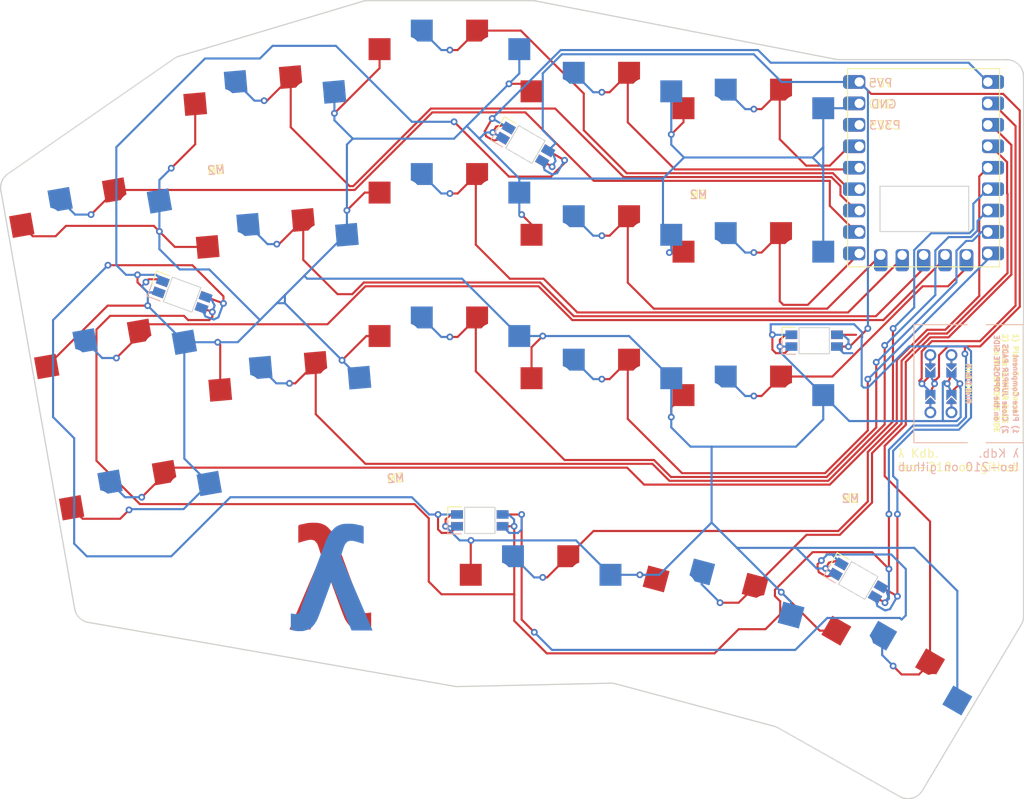
<source format=kicad_pcb>
(kicad_pcb (version 20241229) (generator "pcbnew") (generator_version "9.0")
  (title_block (title "kdb-v1") (rev "v1.0.0") (company "Unknown"))
  (layers (0 "F.Cu" signal) (2 "B.Cu" signal) (13 "F.Paste" user) (15 "B.Paste" user) (5 "F.SilkS" user "F.Silkscreen") (7 "B.SilkS" user "B.Silkscreen") (1 "F.Mask" user) (3 "B.Mask" user) (25 "Edge.Cuts" user))
  (net 0 "")
  (net 1 "GP5")
  (net 2 "GND")
  (net 3 "GP10")
  (net 4 "GP15")
  (net 5 "GP6")
  (net 6 "GP11")
  (net 7 "GP26")
  (net 8 "GP7")
  (net 9 "GP12")
  (net 10 "GP27")
  (net 11 "GP8")
  (net 12 "GP13")
  (net 13 "GP28")
  (net 14 "GP9")
  (net 15 "GP14")
  (net 16 "GP29")
  (net 17 "GP4")
  (net 18 "GP3")
  (net 19 "GP2")
  (net 20 "GP1")
  (net 21 "P5V")
  (net 22 "P3V3")
  (net 23 "GP0")
  (net 24 "D1")
  (net 25 "D2")
  (net 26 "D3")
  (net 27 "D4")
  (net 28 "D5")
  (footprint "PG1350" (layer "F.Cu") (at 153.947865 86.14241)
    (property "Reference" "S10" (hide yes))
    (property "Value" "" (hide yes))
  )
  (footprint "PG1350" (layer "F.Cu") (at 114.405493 52.912528 5)
    (property "Reference" "S6" (hide yes))
    (property "Value" "" (hide yes))
  )
  (footprint "PG1350" (layer "F.Cu") (at 171.947865 71.14241)
    (property "Reference" "S14" (hide yes))
    (property "Value" "" (hide yes))
  )
  (footprint "RP2040-Zero" (layer "F.Cu") (at 181.947865 70.14241)
    (property "Reference" "RP2040Zero1")
    (property "Value" "")
    (fp_line (start 5 -5.13) (end 5 -10.5) (stroke (width 0.12)) (layer "Edge.Cuts"))
    (fp_line (start 5 -5.13) (end 15.5 -5.13) (stroke (width 0.12)) (layer "Edge.Cuts"))
    (fp_line (start 15.5 -10.5) (end 5 -10.5) (stroke (width 0.12)) (layer "Edge.Cuts"))
    (fp_line (start 15.5 -10.5) (end 15.5 -5.13) (stroke (width 0.12)) (layer "Edge.Cuts"))
  )
  (footprint "ceoloide:mounting_hole_npth" (layer "F.Cu") (at 127.075365 94.466401 5)
    (property "Reference" "MH2" (hide yes))
    (property "Value" "")
  )
  (footprint "PG1350" (layer "F.Cu") (at 187.061863 119.697965 -30)
    (property "Reference" "S18" (hide yes))
    (property "Value" "" (hide yes))
  )
  (footprint "PG1350" (layer "F.Cu") (at 153.947865 52.14241)
    (property "Reference" "S12" (hide yes))
    (property "Value" "" (hide yes))
  )
  (footprint "footprints:lambda" (layer "F.Cu") (at 121.337465 105.616577)
    (property "Reference" "G***" (hide yes))
    (property "Value" "LOGO" (hide yes))
  )
  (footprint "ceoloide:mounting_hole_npth" (layer "F.Cu") (at 105.810153 57.930757 5)
    (property "Reference" "MH1" (hide yes))
    (property "Value" "")
  )
  (footprint "PG1350" (layer "F.Cu") (at 135.947865 64.14241)
    (property "Reference" "S8" (hide yes))
    (property "Value" "" (hide yes))
  )
  (footprint "PG1350" (layer "F.Cu") (at 153.947865 69.14241)
    (property "Reference" "S11" (hide yes))
    (property "Value" "" (hide yes))
  )
  (footprint "PG1350" (layer "F.Cu") (at 171.947865 54.14241)
    (property "Reference" "S15" (hide yes))
    (property "Value" "" (hide yes))
  )
  (footprint "PG1350" (layer "F.Cu") (at 167.447865 111.94241 -15)
    (property "Reference" "S17" (hide yes))
    (property "Value" "" (hide yes))
  )
  (footprint "PG1350" (layer "F.Cu") (at 94.095962 66.516536 10)
    (property "Reference" "S3" (hide yes))
    (property "Value" "" (hide yes))
  )
  (footprint "PG1350" (layer "F.Cu") (at 135.947865 47.14241)
    (property "Reference" "S9" (hide yes))
    (property "Value" "" (hide yes))
  )
  (footprint "PG1350" (layer "F.Cu") (at 115.887141 69.847838 5)
    (property "Reference" "S5" (hide yes))
    (property "Value" "" (hide yes))
  )
  (footprint "AdamTech_MDJ-004-FS_reversible" (layer "F.Cu") (at 198.407865 83.04241 -90)
    (property "Reference" "AdamTech-MDJ004FS1" (hide yes))
    (property "Value" "MiniDIN4")
  )
  (footprint "PG1350" (layer "F.Cu") (at 135.947865 81.14241)
    (property "Reference" "S7" (hide yes))
    (property "Value" "" (hide yes))
  )
  (footprint "ceoloide:mounting_hole_npth" (layer "F.Cu") (at 162.947865 60.64241)
    (property "Reference" "MH4" (hide yes))
    (property "Value" "")
  )
  (footprint "PG1350" (layer "F.Cu") (at 100 100 10)
    (property "Reference" "S1" (hide yes))
    (property "Value" "" (hide yes))
  )
  (footprint "PG1350" (layer "F.Cu") (at 117.368789 86.783148 5)
    (property "Reference" "S4" (hide yes))
    (property "Value" "" (hide yes))
  )
  (footprint "footprints:lambda" (layer "F.Cu") (at 121.5 105.5)
    (property "Reference" "G***" (hide yes))
    (property "Value" "LOGO" (hide yes))
  )
  (footprint "ceoloide:mounting_hole_npth" (layer "F.Cu") (at 180.947865 96.64241)
    (property "Reference" "MH3" (hide yes))
    (property "Value" "")
  )
  (footprint "PG1350" (layer "F.Cu") (at 146.747865 109.44241)
    (property "Reference" "S16" (hide yes))
    (property "Value" "" (hide yes))
  )
  (footprint "PG1350" (layer "F.Cu") (at 97.047981 83.258268 10)
    (property "Reference" "S2" (hide yes))
    (property "Value" "" (hide yes))
  )
  (footprint "PG1350" (layer "F.Cu") (at 171.947865 88.14241)
    (property "Reference" "S13" (hide yes))
    (property "Value" "" (hide yes))
  )
  (footprint "ceoloide:led_SK6812mini-e (underglow, reversible)" (layer "B.Cu") (at 139.547865 99.24241)
    (property "Reference" "LED5" (hide yes))
    (property "Value" "")
    (fp_rect (start -1.8 -1.55) (end 1.8 1.55) (stroke (width 0.12)) (fill no) (layer "Edge.Cuts"))
  )
  (footprint "ceoloide:led_SK6812mini-e (underglow, reversible)" (layer "B.Cu") (at 184.367634 106.364506 -30)
    (property "Reference" "LED4" (hide yes))
    (property "Value" "")
    (fp_poly (pts (xy -1.8 -1.55) (xy 1.8 -1.55) (xy 1.8 1.55) (xy -1.8 1.55)) (stroke (width 0.12)) (fill no) (layer "Edge.Cuts"))
  )
  (footprint "ceoloide:led_SK6812mini-e (underglow, reversible)" (layer "B.Cu") (at 179.147865 77.94241)
    (property "Reference" "LED3" (hide yes))
    (property "Value" "")
    (fp_rect (start -1.8 -1.55) (end 1.8 1.55) (stroke (width 0.12)) (fill no) (layer "Edge.Cuts"))
  )
  (footprint "ceoloide:led_SK6812mini-e (underglow, reversible)" (layer "B.Cu") (at 144.947865 54.69241 -30)
    (property "Reference" "LED2" (hide yes))
    (property "Value" "")
    (fp_poly (pts (xy -1.8 -1.55) (xy 1.8 -1.55) (xy 1.8 1.55) (xy -1.8 1.55)) (stroke (width 0.12)) (fill no) (layer "Edge.Cuts"))
  )
  (footprint "ceoloide:led_SK6812mini-e (underglow, reversible)" (layer "B.Cu") (at 104.28764 72.487482 -20)
    (property "Reference" "LED1" (hide yes))
    (property "Value" "")
    (fp_poly (pts (xy -1.8 -1.55) (xy 1.8 -1.55) (xy 1.8 1.55) (xy -1.8 1.55)) (stroke (width 0.12)) (fill no) (layer "Edge.Cuts"))
  )
  (gr_line (start 146.136964 37.679179) (end 181.758766 44.605641) (stroke (width 0.15)) (layer "Edge.Cuts"))
  (gr_line (start 126.240485 37.64241) (end 145.755224 37.64241) (stroke (width 0.15)) (layer "Edge.Cuts"))
  (gr_arc (start 103.353859 44.50175) (mid 103.626494 44.342944) (end 103.920712 44.228991) (stroke (width 0.15)) (layer "Edge.Cuts"))
  (gr_arc (start 182.140505 44.64241) (mid 181.948752 44.633196) (end 181.758766 44.605641) (stroke (width 0.15)) (layer "Edge.Cuts"))
  (gr_arc (start 145.755225 37.64241) (mid 145.946978 37.651624) (end 146.136964 37.679179) (stroke (width 0.15)) (layer "Edge.Cuts"))
  (gr_arc (start 136.943515 118.938073) (mid 136.748584 118.932885) (end 136.555085 118.908739) (stroke (width 0.15)) (layer "Edge.Cuts"))
  (gr_arc (start 201.947865 44.64241) (mid 203.362079 45.228196) (end 203.947865 46.64241) (stroke (width 0.15)) (layer "Edge.Cuts"))
  (gr_arc (start 174.403365 123.641254) (mid 174.642284 123.721722) (end 174.869181 123.831607) (stroke (width 0.15)) (layer "Edge.Cuts"))
  (gr_arc (start 125.667511 37.726242) (mid 125.950948 37.663479) (end 126.240485 37.64241) (stroke (width 0.15)) (layer "Edge.Cuts"))
  (gr_line (start 155.04401 118.53685) (end 136.943515 118.938073) (stroke (width 0.15)) (layer "Edge.Cuts"))
  (gr_line (start 83.650358 58.167612) (end 103.353858 44.50175) (stroke (width 0.15)) (layer "Edge.Cuts"))
  (gr_line (start 203.947865 46.64241) (end 203.947865 110.591861) (stroke (width 0.15)) (layer "Edge.Cuts"))
  (gr_line (start 174.403365 123.641254) (end 155.60597 118.604507) (stroke (width 0.15)) (layer "Edge.Cuts"))
  (gr_line (start 103.920712 44.228991) (end 125.66751 37.726242) (stroke (width 0.15)) (layer "Edge.Cuts"))
  (gr_arc (start 203.947865 110.591861) (mid 203.87614 111.122666) (end 203.666111 111.615399) (stroke (width 0.15)) (layer "Edge.Cuts"))
  (gr_arc (start 155.04401 118.536851) (mid 155.327396 118.550699) (end 155.60597 118.604508) (stroke (width 0.15)) (layer "Edge.Cuts"))
  (gr_arc (start 93.183489 111.333517) (mid 92.114529 110.7787) (end 91.557982 109.710639) (stroke (width 0.15)) (layer "Edge.Cuts"))
  (gr_line (start 91.557982 109.710639) (end 82.82057 60.158317) (stroke (width 0.15)) (layer "Edge.Cuts"))
  (gr_line (start 203.666111 111.615399) (end 191.972209 131.246319) (stroke (width 0.15)) (layer "Edge.Cuts"))
  (gr_line (start 189.27051 131.96428) (end 174.869181 123.831607) (stroke (width 0.15)) (layer "Edge.Cuts"))
  (gr_line (start 136.555085 118.908739) (end 93.183489 111.333518) (stroke (width 0.15)) (layer "Edge.Cuts"))
  (gr_line (start 182.140506 44.64241) (end 201.947865 44.64241) (stroke (width 0.15)) (layer "Edge.Cuts"))
  (gr_arc (start 82.82057 60.158317) (mid 82.94414 59.041531) (end 83.650358 58.167612) (stroke (width 0.15)) (layer "Edge.Cuts"))
  (gr_arc (start 191.972209 131.246319) (mid 190.767624 132.155694) (end 189.27051 131.96428) (stroke (width 0.15)) (layer "Edge.Cuts"))
  (gr_text "M2" (at 108.30064 57.712868 5) (layer "F.SilkS") (effects (font (size 1 1))))
  (gr_text "M2" (at 165.447865 60.64241 0) (layer "F.SilkS") (effects (font (size 1 1))))
  (gr_text "P5V" (at 185.5 48 0) (layer "F.SilkS") (effects (font (size 1 1) (thickness 0.125)) (justify left bottom)))
  (gr_text "λ Kdb.\nleo-210 on github" (at 189 93.5 0) (layer "F.SilkS") (effects (font (size 1 1) (thickness 0.125)) (justify left bottom)))
  (gr_text "P3V3" (at 185.5 53 0) (layer "F.SilkS") (effects (font (size 1 1) (thickness 0.125)) (justify left bottom)))
  (gr_text "GND" (at 185.5 50.5 0) (layer "F.SilkS") (effects (font (size 1 1) (thickness 0.125)) (justify left bottom)))
  (gr_text "M2" (at 129.565851 94.248512 5) (layer "F.SilkS") (effects (font (size 1 1))))
  (gr_text "M2" (at 183.447865 96.64241 0) (layer "F.SilkS") (effects (font (size 1 1))))
  (gr_text "λ Kdb.\nleo-210 on github" (at 203.5 93.5 0) (layer "B.SilkS") (effects (font (size 1 1) (thickness 0.125)) (justify left bottom mirror)))
  (gr_text "M2" (at 129.565851 94.248512 5) (layer "B.SilkS") (effects (font (size 1 1)) (justify mirror)))
  (gr_text "GND" (at 189 50.5 0) (layer "B.SilkS") (effects (font (size 1 1) (thickness 0.125)) (justify left bottom mirror)))
  (gr_text "M2" (at 183.447865 96.64241 0) (layer "B.SilkS") (effects (font (size 1 1)) (justify mirror)))
  (gr_text "M2" (at 108.30064 57.712868 5) (layer "B.SilkS") (effects (font (size 1 1)) (justify mirror)))
  (gr_text "M2" (at 165.447865 60.64241 0) (layer "B.SilkS") (effects (font (size 1 1)) (justify mirror)))
  (gr_text "P3V3" (at 189.5 53 0) (layer "B.SilkS") (effects (font (size 1 1) (thickness 0.125)) (justify left bottom mirror)))
  (gr_text "PV5" (at 188.5 48 0) (layer "B.SilkS") (effects (font (size 1 1) (thickness 0.125)) (justify left bottom mirror)))
  (segment (start 188.480095 76.519905) (end 188.5 76.5) (width 0.25) (layer "F.Cu") (net 1))
  (segment (start 102.192039 93.571696) (end 102.192039 93.807961) (width 0.25) (layer "F.Cu") (net 1))
  (segment (start 188.480095 87.519905) (end 188.480095 82.5) (width 0.25) (layer "F.Cu") (net 1))
  (segment (start 102.773334 92.990401) (end 156.990401 92.990401) (width 0.25) (layer "F.Cu") (net 1))
  (segment (start 159 95) (end 181 95) (width 0.25) (layer "F.Cu") (net 1))
  (segment (start 102.192039 93.807961) (end 99.5 96.5) (width 0.25) (layer "F.Cu") (net 1))
  (segment (start 156.990401 92.990401) (end 158.5 94.5) (width 0.25) (layer "F.Cu") (net 1))
  (segment (start 102.192039 93.571696) (end 102.773334 92.990401) (width 0.25) (layer "F.Cu") (net 1))
  (segment (start 181 95) (end 188.480095 87.519905) (width 0.25) (layer "F.Cu") (net 1))
  (segment (start 188.480095 82.5) (end 188.480095 76.519905) (width 0.25) (layer "F.Cu") (net 1))
  (segment (start 158.5 94.5) (end 159 95) (width 0.25) (layer "F.Cu") (net 1))
  (via (at 99.5 96.5) (size 0.8) (drill 0.4) (layers "F.Cu" "B.Cu") (net 1))
  (via (at 188.5 76.5) (size 0.8) (drill 0.4) (layers "F.Cu" "B.Cu") (net 1))
  (segment (start 192.989053 65.21341) (end 197.531122 65.21341) (width 0.25) (layer "B.Cu") (net 1))
  (segment (start 190.994465 74.005535) (end 190.994465 67.207998) (width 0.25) (layer "B.Cu") (net 1))
  (segment (start 99.5 96.5) (end 97.532456 96.5) (width 0.25) (layer "B.Cu") (net 1))
  (segment (start 198 64.744532) (end 198 61.710275) (width 0.25) (layer "B.Cu") (net 1))
  (segment (start 197.531122 65.21341) (end 198 64.744532) (width 0.25) (layer "B.Cu") (net 1))
  (segment (start 190.994465 67.207998) (end 192.989053 65.21341) (width 0.25) (layer "B.Cu") (net 1))
  (segment (start 198 61.710275) (end 199.727865 59.98241) (width 0.25) (layer "B.Cu") (net 1))
  (segment (start 97.532456 96.5) (end 95.741548 94.709092) (width 0.25) (layer "B.Cu") (net 1))
  (segment (start 188.5 76.5) (end 190.994465 74.005535) (width 0.25) (layer "B.Cu") (net 1))
  (segment (start 123.229631 80.270369) (end 126.10759 77.39241) (width 0.25) (layer "F.Cu") (net 2))
  (segment (start 98 98) (end 96.948788 99.051212) (width 0.25) (layer "F.Cu") (net 2))
  (segment (start 142.959596 52.736192) (end 142.353379 52.386192) (width 0.25) (layer "F.Cu") (net 2))
  (segment (start 127.672865 45.649305) (end 127.672865 43.39241) (width 0.25) (layer "F.Cu") (net 2))
  (segment (start 100.208892 73.791108) (end 95.458586 73.791108) (width 0.25) (layer "F.Cu") (net 2))
  (segment (start 100.928636 64.334571) (end 90.530985 64.334571) (width 0.25) (layer "F.Cu") (net 2))
  (segment (start 138.472865 101.643545) (end 138.472865 105.69241) (width 0.25) (layer "F.Cu") (net 2))
  (segment (start 162.222865 53.5) (end 163.672865 52.05) (width 0.25) (layer "F.Cu") (net 2))
  (segment (start 103 57.5) (end 105.835148 54.664852) (width 0.25) (layer "F.Cu") (net 2))
  (segment (start 176.447865 77.24241) (end 175.747865 77.24241) (width 0.25) (layer "F.Cu") (net 2))
  (segment (start 100.333171 70.666829) (end 101.3321 70.666829) (width 0.25) (layer "F.Cu") (net 2))
  (segment (start 182.379366 104.408288) (end 181.773148 104.058288) (width 0.25) (layer "F.Cu") (net 2))
  (segment (start 145.672865 64.172865) (end 145.672865 65.39241) (width 0.25) (layer "F.Cu") (net 2))
  (segment (start 147 77.39241) (end 145.672865 78.719545) (width 0.25) (layer "F.Cu") (net 2))
  (segment (start 108.798444 78.426744) (end 108.798444 83.768632) (width 0.25) (layer "F.Cu") (net 2))
  (segment (start 175.747865 77.24241) (end 175.087865 77.836494) (width 0.25) (layer "F.Cu") (net 2))
  (segment (start 101.594065 65) (end 100.928636 64.334571) (width 0.25) (layer "F.Cu") (net 2))
  (segment (start 163.565275 67.5) (end 163.672865 67.39241) (width 0.25) (layer "F.Cu") (net 2))
  (segment (start 162.222865 87) (end 162.222865 85.84241) (width 0.25) (layer "F.Cu") (net 2))
  (segment (start 159.939349 105.69241) (end 160.4254 106.178461) (width 0.25) (layer "F.Cu") (net 2))
  (segment (start 179.81287 112.31287) (end 181.770503 112.31287) (width 0.25) (layer "F.Cu") (net 2))
  (segment (start 175.25 107.75) (end 179.81287 112.31287) (width 0.25) (layer "F.Cu") (net 2))
  (segment (start 138.5 101.61641) (end 138.472865 101.643545) (width 0.25) (layer "F.Cu") (net 2))
  (segment (start 125.911408 60.39241) (end 127.672865 60.39241) (width 0.25) (layer "F.Cu") (net 2))
  (segment (start 92.506837 99.051212) (end 91.199535 97.74391) (width 0.25) (layer "F.Cu") (net 2))
  (segment (start 108.5 78.1283) (end 108.798444 78.426744) (width 0.25) (layer "F.Cu") (net 2))
  (segment (start 163.672865 52.05) (end 163.672865 50.39241) (width 0.25) (layer "F.Cu") (net 2))
  (segment (start 180.904529 104.24278) (end 180.501571 104.940724) (width 0.25) (layer "F.Cu") (net 2))
  (segment (start 100 71) (end 100.333171 70.666829) (width 0.25) (layer "F.Cu") (net 2))
  (segment (start 101.3321 70.666829) (end 101.989884 70.906243) (width 0.25) (layer "F.Cu") (net 2))
  (segment (start 123.803818 62.5) (end 125.911408 60.39241) (width 0.25) (layer "F.Cu") (net 2))
  (segment (start 136.847865 98.54241) (end 136.147865 98.54241) (width 0.25) (layer "F.Cu") (net 2))
  (segment (start 90.530985 64.334571) (end 89.297808 65.567748) (width 0.25) (layer "F.Cu") (net 2))
  (segment (start 96.948788 99.051212) (end 92.506837 99.051212) (width 0.25) (layer "F.Cu") (net 2))
  (segment (start 181.773148 104.058288) (end 180.904529 104.24278) (width 0.25) (layer "F.Cu") (net 2))
  (segment (start 103.427387 66.833322) (end 107.316796 66.833322) (width 0.25) (layer "F.Cu") (net 2))
  (segment (start 162.222865 85.84241) (end 163.672865 84.39241) (width 0.25) (layer "F.Cu") (net 2))
  (segment (start 126.10759 77.39241) (end 127.672865 77.39241) (width 0.25) (layer "F.Cu") (net 2))
  (segment (start 95.458586 73.791108) (end 88.247516 81.002178) (width 0.25) (layer "F.Cu") (net 2))
  (segment (start 143 47.5) (end 144.780455 47.5) (width 0.25) (layer "F.Cu") (net 2))
  (segment (start 101.594065 65) (end 103.427387 66.833322) (width 0.25) (layer "F.Cu") (net 2))
  (segment (start 175.087865 77.836494) (end 175.087865 78.64241) (width 0.25) (layer "F.Cu") (net 2))
  (segment (start 162 67.5) (end 163.565275 67.5) (width 0.25) (layer "F.Cu") (net 2))
  (segment (start 136.147865 98.54241) (end 135.487865 99.136494) (width 0.25) (layer "F.Cu") (net 2))
  (segment (start 144.780455 47.5) (end 145.672865 48.39241) (width 0.25) (layer "F.Cu") (net 2))
  (segment (start 105.835148 54.664852) (end 105.835148 49.898012) (width 0.25) (layer "F.Cu") (net 2))
  (segment (start 145.672865 78.719545) (end 145.672865 82.39241) (width 0.25) (layer "F.Cu") (net 2))
  (segment (start 89.297808 65.567748) (end 86.602799 65.567748) (width 0.25) (layer "F.Cu") (net 2))
  (segment (start 142.353379 52.386192) (end 141.48476 52.570684) (width 0.25) (layer "F.Cu") (net 2))
  (segment (start 135.487865 99.136494) (end 135.487865 99.94241) (width 0.25) (layer "F.Cu") (net 2))
  (segment (start 122.32217 51) (end 127.672865 45.649305) (width 0.25) (layer "F.Cu") (net 2))
  (segment (start 144.5 63) (end 145.672865 64.172865) (width 0.25) (layer "F.Cu") (net 2))
  (segment (start 86.602799 65.567748) (end 85.295497 64.260446) (width 0.25) (layer "F.Cu") (net 2))
  (segment (start 158.5 105.69241) (end 159.939349 105.69241) (width 0.25) (layer "F.Cu") (net 2))
  (segment (start 141.48476 52.570684) (end 141.081802 53.268628) (width 0.25) (layer "F.Cu") (net 2))
  (via (at 103 57.5) (size 0.8) (drill 0.4) (layers "F.Cu" "B.Cu") (net 2))
  (via (at 147 77.39241) (size 0.8) (drill 0.4) (layers "F.Cu" "B.Cu") (net 2))
  (via (at 141.081802 53.268628) (size 0.8) (drill 0.4) (layers "F.Cu" "B.Cu") (net 2))
  (via (at 158.5 105.69241) (size 0.8) (drill 0.4) (layers "F.Cu" "B.Cu") (net 2))
  (via (at 144.5 63) (size 0.8) (drill 0.4) (layers "F.Cu" "B.Cu") (net 2))
  (via (at 175.087865 78.64241) (size 0.8) (drill 0.4) (layers "F.Cu" "B.Cu") (net 2))
  (via (at 180.501571 104.940724) (size 0.8) (drill 0.4) (layers "F.Cu" "B.Cu") (net 2))
  (via (at 98 98) (size 0.8) (drill 0.4) (layers "F.Cu" "B.Cu") (net 2))
  (via (at 123.803818 62.5) (size 0.8) (drill 0.4) (layers "F.Cu" "B.Cu") (net 2))
  (via (at 100 71) (size 0.8) (drill 0.4) (layers "F.Cu" "B.Cu") (net 2))
  (via (at 100.208892 73.791108) (size 0.8) (drill 0.4) (layers "F.Cu" "B.Cu") (net 2))
  (via (at 108.5 78.1283) (size 0.8) (drill 0.4) (layers "F.Cu" "B.Cu") (net 2))
  (via (at 175.25 107.75) (size 0.8) (drill 0.4) (layers "F.Cu" "B.Cu") (net 2))
  (via (at 162 67.5) (size 0.8) (drill 0.4) (layers "F.Cu" "B.Cu") (net 2))
  (via (at 101.594065 65) (size 0.8) (drill 0.4) (layers "F.Cu" "B.Cu") (net 2))
  (via (at 162.222865 53.5) (size 0.8) (drill 0.4) (layers "F.Cu" "B.Cu") (net 2))
  (via (at 143 47.5) (size 0.8) (drill 0.4) (layers "F.Cu" "B.Cu") (net 2))
  (via (at 138.5 101.61641) (size 0.8) (drill 0.4) (layers "F.Cu" "B.Cu") (net 2))
  (via (at 162.222865 87) (size 0.8) (drill 0.4) (layers "F.Cu" "B.Cu") (net 2))
  (via (at 122.32217 51) (size 0.8) (drill 0.4) (layers "F.Cu" "B.Cu") (net 2))
  (via (at 135.487865 99.94241) (size 0.8) (drill 0.4) (layers "F.Cu" "B.Cu") (net 2))
  (via (at 123.229631 80.270369) (size 0.8) (drill 0.4) (layers "F.Cu" "B.Cu") (net 2))
  (segment (start 138.5 101.61641) (end 150.946865 101.61641) (width 0.25) (layer "B.Cu") (net 2))
  (segment (start 162.222865 88.222865) (end 164.5 90.5) (width 0.25) (layer "B.Cu") (net 2))
  (segment (start 180.222865 87.277135) (end 180.222865 84.39241) (width 0.25) (layer "B.Cu") (net 2))
  (segment (start 176.447865 78.64241) (end 175.087865 78.64241) (width 0.25) (layer "B.Cu") (net 2))
  (segment (start 115.499797 73.499797) (end 116.499797 72.499797) (width 0.25) (layer "B.Cu") (net 2))
  (segment (start 142.259596 53.948628) (end 141.081802 53.268628) (width 0.25) (layer "B.Cu") (net 2))
  (segment (start 158.5 105.69241) (end 155.022865 105.69241) (width 0.25) (layer "B.Cu") (net 2))
  (segment (start 135.487865 99.94241) (end 137.161865 101.61641) (width 0.25) (layer "B.Cu") (net 2))
  (segment (start 118.749797 70.249797) (end 123.6087 65.390894) (width 0.25) (layer "B.Cu") (net 2))
  (segment (start 167 90.5) (end 167 99.5) (width 0.25) (layer "B.Cu") (net 2))
  (segment (start 122.32217 51) (end 122.32217 48.455584) (width 0.25) (layer "B.Cu") (net 2))
  (segment (start 176.411473 108.911473) (end 176.411473 110.461916) (width 0.25) (layer "B.Cu") (net 2))
  (segment (start 144.222865 77.39241) (end 147 77.39241) (width 0.25) (layer "B.Cu") (net 2))
  (segment (start 136.847865 99.94241) (end 135.487865 99.94241) (width 0.25) (layer "B.Cu") (net 2))
  (segment (start 194.381865 82.92136) (end 194.58434 82.718885) (width 0.25) (layer "B.Cu") (net 2))
  (segment (start 175.087865 78.64241) (end 175.087865 79.25741) (width 0.25) (layer "B.Cu") (net 2))
  (segment (start 184.487865 49.82241) (end 183.17759 49.82241) (width 0.25) (layer "B.Cu") (net 2))
  (segment (start 101.594065 67.094065) (end 104 69.5) (width 0.25) (layer "B.Cu") (net 2))
  (segment (start 138 52.5) (end 143 47.5) (width 0.25) (layer "B.Cu") (net 2))
  (segment (start 175.25 107.75) (end 176.411473 108.911473) (width 0.25) (layer "B.Cu") (net 2))
  (segment (start 167 99.5) (end 160.80759 105.69241) (width 0.25) (layer "B.Cu") (net 2))
  (segment (start 104.458635 97.9095) (end 98.0905 97.9095) (width 0.25) (layer "B.Cu") (net 2))
  (segment (start 163.73291 56.23291) (end 162.222865 54.722865) (width 0.25) (layer "B.Cu") (net 2))
  (segment (start 123.803818 54.696182) (end 123.803818 62.5) (width 0.25) (layer "B.Cu") (net 2))
  (segment (start 123.803818 62.5) (end 123.803818 65.390894) (width 0.25) (layer "B.Cu") (net 2))
  (segment (start 175.087865 79.25741) (end 180.222865 84.39241) (width 0.25) (layer "B.Cu") (net 2))
  (segment (start 139.5 54) (end 138 52.5) (width 0.25) (layer "B.Cu") (net 2))
  (segment (start 141.081802 53.268628) (end 140.231372 53.268628) (width 0.25) (layer "B.Cu") (net 2))
  (segment (start 183.298865 87.46841) (end 194.5 87.46841) (width 0.25) (layer "B.Cu") (net 2))
  (segment (start 170 102.5) (end 177 102.5) (width 0.25) (layer "B.Cu") (net 2))
  (segment (start 180.222865 84.39241) (end 183.298865 87.46841) (width 0.25) (layer "B.Cu") (net 2))
  (segment (start 180.222865 50.39241) (end 180.222865 55) (width 0.25) (layer "B.Cu") (net 2))
  (segment (start 162.222865 67.277135) (end 162 67.5) (width 0.25) (layer "B.Cu") (net 2))
  (segment (start 144.222865 60.39241) (end 144.222865 62.722865) (width 0.25) (layer "B.Cu") (net 2))
  (segment (start 100.221812 72.221812) (end 101.511056 72.221812) (width 0.25) (layer "B.Cu") (net 2))
  (segment (start 110.871294 78.1283) (end 113.499797 75.499797) (width 0.25) (layer "B.Cu") (net 2))
  (segment (start 177 90.5) (end 180.222865 87.277135) (width 0.25) (layer "B.Cu") (net 2))
  (segment (start 124.5 54) (end 123.803818 54.696182) (width 0.25) (layer "B.Cu") (net 2))
  (segment (start 194.5 87.46841) (end 194.381865 87.350275) (width 0.25) (layer "B.Cu") (net 2))
  (segment (start 163.73291 56.23291) (end 161.23888 58.72694) (width 0.25) (layer "B.Cu") (net 2))
  (segment (start 118.749797 70.249797) (end 119.095381 70.595381) (width 0.25) (layer "B.Cu") (net 2))
  (segment (start 104.546084 78.1283) (end 104.546084 91) (width 0.25) (layer "B.Cu") (net 2))
  (segment (start 161.23888 58.72694) (end 161.23888 64.408425) (width 0.25) (layer "B.Cu") (net 2))
  (segment (start 98.0905 97.9095) (end 98 98) (width 0.25) (layer "B.Cu") (net 2))
  (segment (start 182.60759 50.39241) (end 180.222865 50.39241) (width 0.25) (layer "B.Cu") (net 2))
  (segment (start 115.499797 73.499797) (end 116.459059 73.499797) (width 0.25) (layer "B.Cu") (net 2))
  (segment (start 194.5 87.46841) (end 196.03159 87.46841) (width 0.25) (layer "B.Cu") (net 2))
  (segment (start 147 77.39241) (end 157.222865 77.39241) (width 0.25) (layer "B.Cu") (net 2))
  (segment (start 196.03159 87.46841) (end 196.5 87) (width 0.25) (layer "B.Cu") (net 2))
  (segment (start 144.222865 58.731015) (end 144.22694 58.72694) (width 0.25) (layer "B.Cu") (net 2))
  (segment (start 138 52.5) (end 136.5 54) (width 0.25) (layer "B.Cu") (net 2))
  (segment (start 180.222865 55) (end 180.222865 57.5) (width 0.25) (layer "B.Cu") (net 2))
  (segment (start 100 71) (end 100.133252 71.133252) (width 0.25) (layer "B.Cu") (net 2))
  (segment (start 164.5 90.5) (end 167 90.5) (width 0.25) (layer "B.Cu") (net 2))
  (segment (start 104.546084 78.1283) (end 100.208892 73.791108) (width 0.25) (layer "B.Cu") (net 2))
  (segment (start 107.5 69.5) (end 113.499797 75.499797) (width 0.25) (layer "B.Cu") (net 2))
  (segment (start 100.221812 73.778188) (end 100.208892 73.791108) (width 0.25) (layer "B.Cu") (net 2))
  (segment (start 116.459059 73.499797) (end 116.459059 72.540535) (width 0.25) (layer "B.Cu") (net 2))
  (segment (start 196.5 87) (end 196.5 83.590741) (width 0.25) (layer "B.Cu") (net 2))
  (segment (start 178.989955 56.23291) (end 178.989955 56.26709) (width 0.25) (layer "B.Cu") (net 2))
  (segment (start 101.594065 65) (end 101.594065 61.386568) (width 0.25) (layer "B.Cu") (net 2))
  (segment (start 124.5 54) (end 122.32217 51.82217) (width 0.25) (layer "B.Cu") (net 2))
  (segment (start 181.679366 105.620724) (end 180.501571 104.940724) (width 0.25) (layer "B.Cu") (net 2))
  (segment (start 104.546084 91.918013) (end 107.498103 94.870032) (width 0.25) (layer "B.Cu") (net 2))
  (segment (start 194.381865 87.350275) (end 194.381865 82.92136) (width 0.25) (layer "B.Cu") (net 2))
  (segment (start 144.222865 62.722865) (end 144.5 63) (width 0.25) (layer "B.Cu") (net 2))
  (segment (start 162.222865 87) (end 162.222865 88.222865) (width 0.25) (layer "B.Cu") (net 2))
  (segment (start 123.6087 65.390894) (end 123.803818 65.390894) (width 0.25) (layer "B.Cu") (net 2))
  (segment (start 119.095381 70.595381) (end 137.425836 70.595381) (width 0.25) (layer "B.Cu") (net 2))
  (segment (start 150.946865 101.61641) (end 155.022865 105.69241) (width 0.25) (layer "B.Cu") (net 2))
  (segment (start 162.222865 53.5) (end 162.222865 48.39241) (width 0.25) (layer "B.Cu") (net 2))
  (segment (start 170 102.5) (end 175.25 107.75) (width 0.25) (layer "B.Cu") (net 2))
  (segment (start 180.222865 55) (end 178.989955 56.23291) (width 0.25) (layer "B.Cu") (net 2))
  (segment (start 101.594065 61.386568) (end 101.594065 58.905935) (width 0.25) (layer "B.Cu") (net 2))
  (segment (start 108.5 78.1283) (end 110.871294 78.1283) (width 0.25) (layer "B.Cu") (net 2))
  (segment (start 101.594065 58.905935) (end 103 57.5) (width 0.25) (layer "B.Cu") (net 2))
  (segment (start 167 90.5) (end 177 90.5) (width 0.25) (layer "B.Cu") (net 2))
  (segment (start 167 99.5) (end 170 102.5) (width 0.25) (layer "B.Cu") (net 2))
  (segment (start 143 47.5) (end 144.222865 46.277135) (width 0.25) (layer "B.Cu") (net 2))
  (segment (start 113.499797 75.499797) (end 115.499797 73.499797) (width 0.25) (layer "B.Cu") (net 2))
  (segment (start 144.222865 46.277135) (end 144.222865 43.39241) (width 0.25) (layer "B.Cu") (net 2))
  (segment (start 123.229631 80.270369) (end 125.285466 82.326204) (width 0.25) (layer "B.Cu") (net 2))
  (segment (start 122.32217 51.82217) (end 122.32217 51) (width 0.25) (layer "B.Cu") (net 2))
  (segment (start 179.440724 104.940724) (end 177 102.5) (width 0.25) (layer "B.Cu") (net 2))
  (segment (start 144.22694 58.72694) (end 139.5 54) (width 0.25) (layer "B.Cu") (net 2))
  (segment (start 180.222865 57.5) (end 180.222865 67.39241) (width 0.25) (layer "B.Cu") (net 2))
  (segment (start 162.222865 82.39241) (end 162.222865 87) (width 0.25) (layer "B.Cu") (net 2))
  (segment (start 104 69.5) (end 107.5 69.5) (width 0.25) (layer "B.Cu") (net 2))
  (segment (start 183.17759 49.82241) (end 182.60759 50.39241) (width 0.25) (layer "B.Cu") (net 2))
  (segment (start 196.103223 107.603223) (end 196.103223 120.58787) (width 0.25) (layer "B.Cu") (net 2))
  (segment (start 160.80759 105.69241) (end 158.5 105.69241) (width 0.25) (layer "B.Cu") (net 2))
  (segment (start 161.23888 58.72694) (end 144.22694 58.72694) (width 0.25) (layer "B.Cu") (net 2))
  (segment (start 116.459059 73.499797) (end 123.229631 80.270369) (width 0.25) (layer "B.Cu") (net 2))
  (segment (start 144.222865 60.39241) (end 144.222865 58.731015) (width 0.25) (layer "B.Cu") (net 2))
  (segment (start 100 71) (end 99.5 71.5) (width 0.25) (layer "B.Cu") (net 2))
  (segment (start 100.221812 72.221812) (end 100.221812 73.778188) (width 0.25) (layer "B.Cu") (net 2))
  (segment (start 180.501571 104.940724) (end 179.440724 104.940724) (width 0.25) (layer "B.Cu") (net 2))
  (segment (start 101.594065 65) (end 101.594065 67.094065) (width 0.25) (layer "B.Cu") (net 2))
  (segment (start 107.498103 94.870032) (end 104.458635 97.9095) (width 0.25) (layer "B.Cu") (net 2))
  (segment (start 161.23888 64.408425) (end 162.222865 65.39241) (width 0.25) (layer "B.Cu") (net 2))
  (segment (start 157.222865 77.39241) (end 162.222865 82.39241) (width 0.25) (layer "B.Cu") (net 2))
  (segment (start 116.459059 72.540535) (end 116.499797 72.499797) (width 0.25) (layer "B.Cu") (net 2))
  (segment (start 162.222865 65.39241) (end 162.222865 67.277135) (width 0.25) (layer "B.Cu") (net 2))
  (segment (start 177 102.5) (end 191 102.5) (width 0.25) (layer "B.Cu") (net 2))
  (segment (start 178.989955 56.26709) (end 180.222865 57.5) (width 0.25) (layer "B.Cu") (net 2))
  (segment (start 136.5 54) (end 124.5 54) (width 0.25) (layer "B.Cu") (net 2))
  (segment (start 178.989955 56.23291) (end 163.73291 56.23291) (width 0.25) (layer "B.Cu") (net 2))
  (segment (start 104.546084 91) (end 104.546084 91.918013) (width 0.25) (layer "B.Cu") (net 2))
  (segment (start 196.5 83.590741) (end 196.407865 83.498606) (width 0.25) (layer "B.Cu") (net 2))
  (segment (start 140.231372 53.268628) (end 139.5 54) (width 0.25) (layer "B.Cu") (net 2))
  (segment (start 104.546084 78.1283) (end 108.5 78.1283) (width 0.25) (layer "B.Cu") (net 2))
  (segment (start 162.222865 54.722865) (end 162.222865 53.5) (width 0.25) (layer "B.Cu") (net 2))
  (segment (start 191 102.5) (end 196.103223 107.603223) (width 0.25) (layer "B.Cu") (net 2))
  (segment (start 99.5 71.5) (end 100.221812 72.221812) (width 0.25) (layer "B.Cu") (net 2))
  (segment (start 137.425836 70.595381) (end 144.222865 77.39241) (width 0.25) (layer "B.Cu") (net 2))
  (segment (start 137.161865 101.61641) (end 138.5 101.61641) (width 0.25) (layer "B.Cu") (net 2))
  (segment (start 116.499797 72.499797) (end 118.749797 70.249797) (width 0.25) (layer "B.Cu") (net 2))
  (segment (start 150.5 75.5) (end 146.5 71.5) (width 0.25) (layer "F.Cu") (net 3))
  (segment (start 126 71.5) (end 121.5 76) (width 0.25) (layer "F.Cu") (net 3))
  (segment (start 194.647865 68.190222) (end 187.338087 75.5) (width 0.25) (layer "F.Cu") (net 3))
  (segment (start 194.647865 67.81241) (end 194.647865 68.190222) (width 0.25) (layer "F.Cu") (net 3))
  (segment (start 121.5 76) (end 100.069984 76) (width 0.25) (layer "F.Cu") (net 3))
  (segment (start 146.5 71.5) (end 126 71.5) (width 0.25) (layer "F.Cu") (net 3))
  (segment (start 100.069984 76) (end 99.24002 76.829964) (width 0.25) (layer "F.Cu") (net 3))
  (segment (start 99.24002 77.25998) (end 96.5 80) (width 0.25) (layer "F.Cu") (net 3))
  (segment (start 187.338087 75.5) (end 150.5 75.5) (width 0.25) (layer "F.Cu") (net 3))
  (segment (start 99.24002 76.829964) (end 99.24002 77.25998) (width 0.25) (layer "F.Cu") (net 3))
  (via (at 96.5 80) (size 0.8) (drill 0.4) (layers "F.Cu" "B.Cu") (net 3))
  (segment (start 96.5 80) (end 94.822169 80) (width 0.25) (layer "B.Cu") (net 3))
  (segment (start 94.822169 80) (end 92.789529 77.96736) (width 0.25) (layer "B.Cu") (net 3))
  (segment (start 181 59) (end 181 61.961335) (width 0.25) (layer "F.Cu") (net 4))
  (segment (start 181 61.961335) (end 184.101075 65.06241) (width 0.25) (layer "F.Cu") (net 4))
  (segment (start 96.288001 60.088232) (end 96.296967 60.079266) (width 0.25) (layer "F.Cu") (net 4))
  (segment (start 124.734009 60.079266) (end 133.928083 50.885192) (width 0.25) (layer "F.Cu") (net 4))
  (segment (start 153.050219 59) (end 181 59) (width 0.25) (layer "F.Cu") (net 4))
  (segment (start 96.296967 60.079266) (end 124.734009 60.079266) (width 0.25) (layer "F.Cu") (net 4))
  (segment (start 184.101075 65.06241) (end 184.487865 65.06241) (width 0.25) (layer "F.Cu") (net 4))
  (segment (start 133.928083 50.885192) (end 144.935411 50.885192) (width 0.25) (layer "F.Cu") (net 4))
  (segment (start 96.288001 60.211999) (end 93.5 63) (width 0.25) (layer "F.Cu") (net 4))
  (segment (start 96.288001 60.088232) (end 96.288001 60.211999) (width 0.25) (layer "F.Cu") (net 4))
  (segment (start 144.935411 50.885192) (end 153.050219 59) (width 0.25) (layer "F.Cu") (net 4))
  (via (at 93.5 63) (size 0.8) (drill 0.4) (layers "F.Cu" "B.Cu") (net 4))
  (segment (start 91.611882 63) (end 89.83751 61.225628) (width 0.25) (layer "B.Cu") (net 4))
  (segment (start 93.5 63) (end 91.611882 63) (width 0.25) (layer "B.Cu") (net 4))
  (segment (start 130 92.539401) (end 159.990401 92.539401) (width 0.25) (layer "F.Cu") (net 5))
  (segment (start 159.990401 92.539401) (end 162 94.549) (width 0.25) (layer "F.Cu") (net 5))
  (segment (start 162 94.549) (end 180.81319 94.549) (width 0.25) (layer "F.Cu") (net 5))
  (segment (start 120.11275 80.570354) (end 117.683104 83) (width 0.25) (layer "F.Cu") (net 5))
  (segment (start 117.683104 83) (end 117 83) (width 0.25) (layer "F.Cu") (net 5))
  (segment (start 180.81319 94.549) (end 185.681095 89.681095) (width 0.25) (layer "F.Cu") (net 5))
  (segment (start 126 92.539401) (end 130 92.539401) (width 0.25) (layer "F.Cu") (net 5))
  (segment (start 185.681095 89.681095) (end 187.5 87.86219) (width 0.25) (layer "F.Cu") (net 5))
  (segment (start 120.11275 86.652151) (end 126 92.539401) (width 0.25) (layer "F.Cu") (net 5))
  (segment (start 187.5 87.86219) (end 187.5 78.5) (width 0.25) (layer "F.Cu") (net 5))
  (segment (start 120.11275 80.570354) (end 120.11275 86.652151) (width 0.25) (layer "F.Cu") (net 5))
  (via (at 117 83) (size 0.8) (drill 0.4) (layers "F.Cu" "B.Cu") (net 5))
  (via (at 187.5 78.5) (size 0.8) (drill 0.4) (layers "F.Cu" "B.Cu") (net 5))
  (segment (start 198.5 63.750275) (end 199.727865 62.52241) (width 0.25) (layer "B.Cu") (net 5))
  (segment (start 195.078053 65.66441) (end 197.717932 65.66441) (width 0.25) (layer "B.Cu") (net 5))
  (segment (start 197.717932 65.66441) (end 198.5 64.882342) (width 0.25) (layer "B.Cu") (net 5))
  (segment (start 115.44645 83) (end 113.587675 81.141225) (width 0.25) (layer "B.Cu") (net 5))
  (segment (start 193.5 67.242463) (end 195.078053 65.66441) (width 0.25) (layer "B.Cu") (net 5))
  (segment (start 187.52672 78.5) (end 193.5 72.52672) (width 0.25) (layer "B.Cu") (net 5))
  (segment (start 198.5 64.882342) (end 198.5 63.750275) (width 0.25) (layer "B.Cu") (net 5))
  (segment (start 117 83) (end 115.44645 83) (width 0.25) (layer "B.Cu") (net 5))
  (segment (start 187.5 78.5) (end 187.52672 78.5) (width 0.25) (layer "B.Cu") (net 5))
  (segment (start 193.5 72.52672) (end 193.5 67.242463) (width 0.25) (layer "B.Cu") (net 5))
  (segment (start 122.693727 72.431095) (end 118.631102 68.36847) (width 0.25) (layer "F.Cu") (net 6))
  (segment (start 115.766146 66.5) (end 115.5 66.5) (width 0.25) (layer "F.Cu") (net 6))
  (segment (start 118.631102 68.36847) (end 118.631102 63.635044) (width 0.25) (layer "F.Cu") (net 6))
  (segment (start 118.631102 63.635044) (end 115.766146 66.5) (width 0.25) (layer "F.Cu") (net 6))
  (segment (start 186.451 75.049) (end 150.68681 75.049) (width 0.25) (layer "F.Cu") (net 6))
  (segment (start 125.81319 71.049) (end 124.431095 72.431095) (width 0.25) (layer "F.Cu") (net 6))
  (segment (start 150.68681 75.049) (end 146.68681 71.049) (width 0.25) (layer "F.Cu") (net 6))
  (segment (start 146.68681 71.049) (end 125.81319 71.049) (width 0.25) (layer "F.Cu") (net 6))
  (segment (start 124.431095 72.431095) (end 122.693727 72.431095) (width 0.25) (layer "F.Cu") (net 6))
  (segment (start 192.107865 67.81241) (end 192.107865 69.392135) (width 0.25) (layer "F.Cu") (net 6))
  (segment (start 192.107865 69.392135) (end 186.451 75.049) (width 0.25) (layer "F.Cu") (net 6))
  (via (at 115.5 66.5) (size 0.8) (drill 0.4) (layers "F.Cu" "B.Cu") (net 6))
  (segment (start 114.400112 66.5) (end 112.106027 64.205915) (width 0.25) (layer "B.Cu") (net 6))
  (segment (start 115.5 66.5) (end 114.400112 66.5) (width 0.25) (layer "B.Cu") (net 6))
  (segment (start 117.149454 46.699734) (end 114.349188 49.5) (width 0.25) (layer "F.Cu") (net 7))
  (segment (start 124.128266 59.628266) (end 124.547199 59.628266) (width 0.25) (layer "F.Cu") (net 7))
  (segment (start 124.547199 59.628266) (end 133.741273 50.434192) (width 0.25) (layer "F.Cu") (net 7))
  (segment (start 156.589554 58.549) (end 181.18681 58.549) (width 0.25) (layer "F.Cu") (net 7))
  (segment (start 117.149454 52.649454) (end 124.128266 59.628266) (width 0.25) (layer "F.Cu") (net 7))
  (segment (start 148.474746 50.434192) (end 156.589554 58.549) (width 0.25) (layer "F.Cu") (net 7))
  (segment (start 182.261865 60.6832) (end 184.101075 62.52241) (width 0.25) (layer "F.Cu") (net 7))
  (segment (start 114.349188 49.5) (end 114 49.5) (width 0.25) (layer "F.Cu") (net 7))
  (segment (start 181.18681 58.549) (end 182.261865 59.624055) (width 0.25) (layer "F.Cu") (net 7))
  (segment (start 133.741273 50.434192) (end 148.474746 50.434192) (width 0.25) (layer "F.Cu") (net 7))
  (segment (start 184.101075 62.52241) (end 184.487865 62.52241) (width 0.25) (layer "F.Cu") (net 7))
  (segment (start 117.149454 46.699734) (end 117.149454 52.649454) (width 0.25) (layer "F.Cu") (net 7))
  (segment (start 182.261865 59.624055) (end 182.261865 60.6832) (width 0.25) (layer "F.Cu") (net 7))
  (via (at 114 49.5) (size 0.8) (drill 0.4) (layers "F.Cu" "B.Cu") (net 7))
  (segment (start 112.853774 49.5) (end 110.624379 47.270605) (width 0.25) (layer "B.Cu") (net 7))
  (segment (start 114 49.5) (end 112.853774 49.5) (width 0.25) (layer "B.Cu") (net 7))
  (segment (start 139.222865 75.19241) (end 136.915275 77.5) (width 0.25) (layer "F.Cu") (net 8))
  (segment (start 139.071865 75.34341) (end 139.071865 81.571865) (width 0.25) (layer "F.Cu") (net 8))
  (segment (start 149.588401 92.088401) (end 160.177211 92.088401) (width 0.25) (layer "F.Cu") (net 8))
  (segment (start 160.177211 92.088401) (end 162.18681 94.098) (width 0.25) (layer "F.Cu") (net 8))
  (segment (start 186.5 88.22438) (end 186.5 80.5) (width 0.25) (layer "F.Cu") (net 8))
  (segment (start 136.915275 77.5) (end 136 77.5) (width 0.25) (layer "F.Cu") (net 8))
  (segment (start 162.18681 94.098) (end 180.62638 94.098) (width 0.25) (layer "F.Cu") (net 8))
  (segment (start 180.62638 94.098) (end 184.11219 90.61219) (width 0.25) (layer "F.Cu") (net 8))
  (segment (start 184.11219 90.61219) (end 186.5 88.22438) (width 0.25) (layer "F.Cu") (net 8))
  (segment (start 139.222865 75.19241) (end 139.071865 75.34341) (width 0.25) (layer "F.Cu") (net 8))
  (segment (start 139.071865 81.571865) (end 149.588401 92.088401) (width 0.25) (layer "F.Cu") (net 8))
  (via (at 186.5 80.5) (size 0.8) (drill 0.4) (layers "F.Cu" "B.Cu") (net 8))
  (via (at 136 77.5) (size 0.8) (drill 0.4) (layers "F.Cu" "B.Cu") (net 8))
  (segment (start 198.957742 65.06241) (end 199.727865 65.06241) (width 0.25) (layer "B.Cu") (net 8))
  (segment (start 136 77.5) (end 134.980455 77.5) (width 0.25) (layer "B.Cu") (net 8))
  (segment (start 197.158145 66.11541) (end 197.904742 66.11541) (width 0.25) (layer "B.Cu") (net 8))
  (segment (start 196 67.273555) (end 197.158145 66.11541) (width 0.25) (layer "B.Cu") (net 8))
  (segment (start 197.904742 66.11541) (end 198.957742 65.06241) (width 0.25) (layer "B.Cu") (net 8))
  (segment (start 196 71.02672) (end 196 67.273555) (width 0.25) (layer "B.Cu") (net 8))
  (segment (start 186.5 80.5) (end 186.52672 80.5) (width 0.25) (layer "B.Cu") (net 8))
  (segment (start 134.980455 77.5) (end 132.672865 75.19241) (width 0.25) (layer "B.Cu") (net 8))
  (segment (start 186.52672 80.5) (end 196 71.02672) (width 0.25) (layer "B.Cu") (net 8))
  (segment (start 139.222865 58.19241) (end 136.915275 60.5) (width 0.25) (layer "F.Cu") (net 9))
  (segment (start 143.098 70.598) (end 139.071865 66.571865) (width 0.25) (layer "F.Cu") (net 9))
  (segment (start 147.098 70.598) (end 143.098 70.598) (width 0.25) (layer "F.Cu") (net 9))
  (segment (start 189.567865 67.81241) (end 189.567865 68.190222) (width 0.25) (layer "F.Cu") (net 9))
  (segment (start 136.915275 60.5) (end 136 60.5) (width 0.25) (layer "F.Cu") (net 9))
  (segment (start 139.071865 58.34341) (end 139.222865 58.19241) (width 0.25) (layer "F.Cu") (net 9))
  (segment (start 139.071865 66.571865) (end 139.071865 58.34341) (width 0.25) (layer "F.Cu") (net 9))
  (segment (start 151.098 74.598) (end 147.098 70.598) (width 0.25) (layer "F.Cu") (net 9))
  (segment (start 189.567865 68.190222) (end 183.160087 74.598) (width 0.25) (layer "F.Cu") (net 9))
  (segment (start 183.160087 74.598) (end 151.098 74.598) (width 0.25) (layer "F.Cu") (net 9))
  (via (at 136 60.5) (size 0.8) (drill 0.4) (layers "F.Cu" "B.Cu") (net 9))
  (segment (start 134.980455 60.5) (end 132.672865 58.19241) (width 0.25) (layer "B.Cu") (net 9))
  (segment (start 136 60.5) (end 134.980455 60.5) (width 0.25) (layer "B.Cu") (net 9))
  (segment (start 139.222865 41.19241) (end 144.40093 41.19241) (width 0.25) (layer "F.Cu") (net 10))
  (segment (start 151.857365 53.008323) (end 156.947042 58.098) (width 0.25) (layer "F.Cu") (net 10))
  (segment (start 144.40093 41.19241) (end 151.857365 48.648845) (width 0.25) (layer "F.Cu") (net 10))
  (segment (start 183.25803 59.98241) (end 184.487865 59.98241) (width 0.25) (layer "F.Cu") (net 10))
  (segment (start 181.37362 58.098) (end 183.25803 59.98241) (width 0.25) (layer "F.Cu") (net 10))
  (segment (start 151.857365 48.648845) (end 151.857365 53.008323) (width 0.25) (layer "F.Cu") (net 10))
  (segment (start 139.222865 41.19241) (end 136.915275 43.5) (width 0.25) (layer "F.Cu") (net 10))
  (segment (start 136.915275 43.5) (end 136 43.5) (width 0.25) (layer "F.Cu") (net 10))
  (segment (start 156.947042 58.098) (end 181.37362 58.098) (width 0.25) (layer "F.Cu") (net 10))
  (via (at 136 43.5) (size 0.8) (drill 0.4) (layers "F.Cu" "B.Cu") (net 10))
  (segment (start 136 43.5) (end 134.980455 43.5) (width 0.25) (layer "B.Cu") (net 10))
  (segment (start 134.980455 43.5) (end 132.672865 41.19241) (width 0.25) (layer "B.Cu") (net 10))
  (segment (start 157.222865 80.19241) (end 157.071865 80.34341) (width 0.25) (layer "F.Cu") (net 11))
  (segment (start 157.071865 80.34341) (end 157.071865 87.218865) (width 0.25) (layer "F.Cu") (net 11))
  (segment (start 180.43957 93.647) (end 182.793285 91.293285) (width 0.25) (layer "F.Cu") (net 11))
  (segment (start 154.915275 82.5) (end 154 82.5) (width 0.25) (layer "F.Cu") (net 11))
  (segment (start 182.793285 91.293285) (end 185.5 88.58657) (width 0.25) (layer "F.Cu") (net 11))
  (segment (start 185.5 88.58657) (end 185.5 82.5) (width 0.25) (layer "F.Cu") (net 11))
  (segment (start 163.5 93.647) (end 180.43957 93.647) (width 0.25) (layer "F.Cu") (net 11))
  (segment (start 157.222865 80.19241) (end 154.915275 82.5) (width 0.25) (layer "F.Cu") (net 11))
  (segment (start 157.071865 87.218865) (end 163.5 93.647) (width 0.25) (layer "F.Cu") (net 11))
  (via (at 185.5 82.5) (size 0.8) (drill 0.4) (layers "F.Cu" "B.Cu") (net 11))
  (via (at 154 82.5) (size 0.8) (drill 0.4) (layers "F.Cu" "B.Cu") (net 11))
  (segment (start 152.980455 82.5) (end 150.672865 80.19241) (width 0.25) (layer "B.Cu") (net 11))
  (segment (start 185.52672 82.5) (end 199.727865 68.298855) (width 0.25) (layer "B.Cu") (net 11))
  (segment (start 154 82.5) (end 152.980455 82.5) (width 0.25) (layer "B.Cu") (net 11))
  (segment (start 199.727865 68.298855) (end 199.727865 67.60241) (width 0.25) (layer "B.Cu") (net 11))
  (segment (start 185.5 82.5) (end 185.52672 82.5) (width 0.25) (layer "B.Cu") (net 11))
  (segment (start 157.071865 63.34341) (end 157.071865 71.071865) (width 0.25) (layer "F.Cu") (net 12))
  (segment (start 157.071865 71.071865) (end 160.147 74.147) (width 0.25) (layer "F.Cu") (net 12))
  (segment (start 157.222865 63.19241) (end 154.915275 65.5) (width 0.25) (layer "F.Cu") (net 12))
  (segment (start 157.222865 63.19241) (end 157.071865 63.34341) (width 0.25) (layer "F.Cu") (net 12))
  (segment (start 154.915275 65.5) (end 154 65.5) (width 0.25) (layer "F.Cu") (net 12))
  (segment (start 180.693275 74.147) (end 187.027865 67.81241) (width 0.25) (layer "F.Cu") (net 12))
  (segment (start 160.147 74.147) (end 180.693275 74.147) (width 0.25) (layer "F.Cu") (net 12))
  (via (at 154 65.5) (size 0.8) (drill 0.4) (layers "F.Cu" "B.Cu") (net 12))
  (segment (start 152.980455 65.5) (end 150.672865 63.19241) (width 0.25) (layer "B.Cu") (net 12))
  (segment (start 154 65.5) (end 152.980455 65.5) (width 0.25) (layer "B.Cu") (net 12))
  (segment (start 157.071865 52.071865) (end 162.647 57.647) (width 0.25) (layer "F.Cu") (net 13))
  (segment (start 162.647 57.647) (end 184.283275 57.647) (width 0.25) (layer "F.Cu") (net 13))
  (segment (start 184.283275 57.647) (end 184.487865 57.44241) (width 0.25) (layer "F.Cu") (net 13))
  (segment (start 157.071865 46.34341) (end 157.071865 52.071865) (width 0.25) (layer "F.Cu") (net 13))
  (segment (start 157.222865 46.19241) (end 157.071865 46.34341) (width 0.25) (layer "F.Cu") (net 13))
  (segment (start 157.222865 46.19241) (end 154.915275 48.5) (width 0.25) (layer "F.Cu") (net 13))
  (segment (start 154.915275 48.5) (end 154 48.5) (width 0.25) (layer "F.Cu") (net 13))
  (via (at 154 48.5) (size 0.8) (drill 0.4) (layers "F.Cu" "B.Cu") (net 13))
  (segment (start 152.980455 48.5) (end 150.672865 46.19241) (width 0.25) (layer "B.Cu") (net 13))
  (segment (start 154 48.5) (end 152.980455 48.5) (width 0.25) (layer "B.Cu") (net 13))
  (segment (start 197.187865 69.312135) (end 197.187865 67.81241) (width 0.25) (layer "F.Cu") (net 14))
  (segment (start 192 71.5) (end 195 71.5) (width 0.25) (layer "F.Cu") (net 14))
  (segment (start 175.222865 82.19241) (end 172.915275 84.5) (width 0.25) (layer "F.Cu") (net 14))
  (segment (start 175.222865 82.19241) (end 181.30759 82.19241) (width 0.25) (layer "F.Cu") (net 14))
  (segment (start 181.30759 82.19241) (end 192 71.5) (width 0.25) (layer "F.Cu") (net 14))
  (segment (start 172.915275 84.5) (end 172 84.5) (width 0.25) (layer "F.Cu") (net 14))
  (segment (start 195 71.5) (end 197.187865 69.312135) (width 0.25) (layer "F.Cu") (net 14))
  (via (at 172 84.5) (size 0.8) (drill 0.4) (layers "F.Cu" "B.Cu") (net 14))
  (segment (start 170.980455 84.5) (end 168.672865 82.19241) (width 0.25) (layer "B.Cu") (net 14))
  (segment (start 172 84.5) (end 170.980455 84.5) (width 0.25) (layer "B.Cu") (net 14))
  (segment (start 172.915275 67.5) (end 172 67.5) (width 0.25) (layer "F.Cu") (net 15))
  (segment (start 175.5 73.696) (end 178.394275 73.696) (width 0.25) (layer "F.Cu") (net 15))
  (segment (start 175.222865 65.19241) (end 175.071865 65.34341) (width 0.25) (layer "F.Cu") (net 15))
  (segment (start 175.222865 65.19241) (end 172.915275 67.5) (width 0.25) (layer "F.Cu") (net 15))
  (segment (start 175.071865 65.34341) (end 175.071865 73.267865) (width 0.25) (layer "F.Cu") (net 15))
  (segment (start 175.071865 73.267865) (end 175.5 73.696) (width 0.25) (layer "F.Cu") (net 15))
  (segment (start 178.394275 73.696) (end 184.487865 67.60241) (width 0.25) (layer "F.Cu") (net 15))
  (via (at 172 67.5) (size 0.8) (drill 0.4) (layers "F.Cu" "B.Cu") (net 15))
  (segment (start 170.980455 67.5) (end 172 67.5) (width 0.25) (layer "B.Cu") (net 15))
  (segment (start 168.672865 65.19241) (end 170.980455 67.5) (width 0.25) (layer "B.Cu") (net 15))
  (segment (start 178.196 57.196) (end 181 57.196) (width 0.25) (layer "F.Cu") (net 16))
  (segment (start 172.915275 50.5) (end 172 50.5) (width 0.25) (layer "F.Cu") (net 16))
  (segment (start 183.29359 54.90241) (end 184.487865 54.90241) (width 0.25) (layer "F.Cu") (net 16))
  (segment (start 175.071865 48.34341) (end 175.071865 54.071865) (width 0.25) (layer "F.Cu") (net 16))
  (segment (start 181 57.196) (end 183.29359 54.90241) (width 0.25) (layer "F.Cu") (net 16))
  (segment (start 175.222865 48.19241) (end 172.915275 50.5) (width 0.25) (layer "F.Cu") (net 16))
  (segment (start 175.222865 48.19241) (end 175.071865 48.34341) (width 0.25) (layer "F.Cu") (net 16))
  (segment (start 175.071865 54.071865) (end 178.196 57.196) (width 0.25) (layer "F.Cu") (net 16))
  (via (at 172 50.5) (size 0.8) (drill 0.4) (layers "F.Cu" "B.Cu") (net 16))
  (segment (start 170.980455 50.5) (end 168.672865 48.19241) (width 0.25) (layer "B.Cu") (net 16))
  (segment (start 172 50.5) (end 170.980455 50.5) (width 0.25) (layer "B.Cu") (net 16))
  (segment (start 182 100.5) (end 185.5 97) (width 0.25) (layer "F.Cu") (net 17))
  (segment (start 194.690276 76.647) (end 198.701865 72.635411) (width 0.25) (layer "F.Cu") (net 17))
  (segment (start 185.5 97) (end 185.5 91.13781) (width 0.25) (layer "F.Cu") (net 17))
  (segment (start 188.931095 80.254766) (end 192.538861 76.647) (width 0.25) (layer "F.Cu") (net 17))
  (segment (start 153.015275 100.5) (end 182 100.5) (width 0.25) (layer "F.Cu") (net 17))
  (segment (start 198.701865 72.635411) (end 198.701865 58.46841) (width 0.25) (layer "F.Cu") (net 17))
  (segment (start 150.022865 103.49241) (end 147.515275 106) (width 0.25) (layer "F.Cu") (net 17))
  (segment (start 147.515275 106) (end 147 106) (width 0.25) (layer "F.Cu") (net 17))
  (segment (start 198.701865 58.46841) (end 199.727865 57.44241) (width 0.25) (layer "F.Cu") (net 17))
  (segment (start 150.022865 103.49241) (end 153.015275 100.5) (width 0.25) (layer "F.Cu") (net 17))
  (segment (start 185.5 91.13781) (end 188.931095 87.706715) (width 0.25) (layer "F.Cu") (net 17))
  (segment (start 192.538861 76.647) (end 194.690276 76.647) (width 0.25) (layer "F.Cu") (net 17))
  (segment (start 188.931095 87.706715) (end 188.931095 80.254766) (width 0.25) (layer "F.Cu") (net 17))
  (via (at 147 106) (size 0.8) (drill 0.4) (layers "F.Cu" "B.Cu") (net 17))
  (segment (start 145.980455 106) (end 143.472865 103.49241) (width 0.25) (layer "B.Cu") (net 17))
  (segment (start 147 106) (end 145.980455 106) (width 0.25) (layer "B.Cu") (net 17))
  (segment (start 192.725671 77.098) (end 194.877086 77.098) (width 0.25) (layer "F.Cu") (net 18))
  (segment (start 202 56.787825) (end 200.114585 54.90241) (width 0.25) (layer "F.Cu") (net 18))
  (segment (start 170.194029 109) (end 168 109) (width 0.25) (layer "F.Cu") (net 18))
  (segment (start 194.877086 77.098) (end 202.049 69.926086) (width 0.25) (layer "F.Cu") (net 18))
  (segment (start 202.049 69.926086) (end 202.049 60.549) (width 0.25) (layer "F.Cu") (net 18))
  (segment (start 189.5 87.77562) (end 189.5 80.323671) (width 0.25) (layer "F.Cu") (net 18))
  (segment (start 178.243029 100.951) (end 182.18681 100.951) (width 0.25) (layer "F.Cu") (net 18))
  (segment (start 202.049 60.549) (end 202 60.5) (width 0.25) (layer "F.Cu") (net 18))
  (segment (start 189.5 80.323671) (end 192.725671 77.098) (width 0.25) (layer "F.Cu") (net 18))
  (segment (start 172.151245 107.042784) (end 170.194029 109) (width 0.25) (layer "F.Cu") (net 18))
  (segment (start 200.114585 54.90241) (end 199.727865 54.90241) (width 0.25) (layer "F.Cu") (net 18))
  (segment (start 182.18681 100.951) (end 186 97.13781) (width 0.25) (layer "F.Cu") (net 18))
  (segment (start 202 60.5) (end 202 56.787825) (width 0.25) (layer "F.Cu") (net 18))
  (segment (start 186 91.27562) (end 189.5 87.77562) (width 0.25) (layer "F.Cu") (net 18))
  (segment (start 172.151245 107.042784) (end 178.243029 100.951) (width 0.25) (layer "F.Cu") (net 18))
  (segment (start 186 97.13781) (end 186 91.27562) (width 0.25) (layer "F.Cu") (net 18))
  (via (at 168 109) (size 0.8) (drill 0.4) (layers "F.Cu" "B.Cu") (net 18))
  (segment (start 165.824431 106.824431) (end 165.824431 105.347519) (width 0.25) (layer "B.Cu") (net 18))
  (segment (start 168 109) (end 165.824431 106.824431) (width 0.25) (layer "B.Cu") (net 18))
  (segment (start 190 87.91343) (end 190 80.461481) (width 0.25) (layer "F.Cu") (net 19))
  (segment (start 192.873096 99.373096) (end 187.5 94) (width 0.25) (layer "F.Cu") (net 19))
  (segment (start 187.5 90.41343) (end 190 87.91343) (width 0.25) (layer "F.Cu") (net 19))
  (segment (start 187.5 94) (end 187.5 90.41343) (width 0.25) (layer "F.Cu") (net 19))
  (segment (start 202.5 54.747825) (end 200.114585 52.36241) (width 0.25) (layer "F.Cu") (net 19))
  (segment (start 190 80.461481) (end 192.912481 77.549) (width 0.25) (layer "F.Cu") (net 19))
  (segment (start 189.5 117.5) (end 189 117) (width 0.25) (layer "F.Cu") (net 19))
  (segment (start 200.114585 52.36241) (end 199.727865 52.36241) (width 0.25) (layer "F.Cu") (net 19))
  (segment (start 195.063896 77.549) (end 202.5 70.112896) (width 0.25) (layer "F.Cu") (net 19))
  (segment (start 192.873096 116.182614) (end 191.55571 117.5) (width 0.25) (layer "F.Cu") (net 19))
  (segment (start 192.912481 77.549) (end 195.063896 77.549) (width 0.25) (layer "F.Cu") (net 19))
  (segment (start 191.55571 117.5) (end 189.5 117.5) (width 0.25) (layer "F.Cu") (net 19))
  (segment (start 192.873096 116.182614) (end 192.873096 99.373096) (width 0.25) (layer "F.Cu") (net 19))
  (segment (start 202.5 70.112896) (end 202.5 54.747825) (width 0.25) (layer "F.Cu") (net 19))
  (segment (start 189 117) (end 188.5 116.5) (width 0.25) (layer "F.Cu") (net 19))
  (via (at 188.5 116.5) (size 0.8) (drill 0.4) (layers "F.Cu" "B.Cu") (net 19))
  (segment (start 187.20063 115.20063) (end 187.20063 112.907614) (width 0.25) (layer "B.Cu") (net 19))
  (segment (start 188.5 116.5) (end 187.20063 115.20063) (width 0.25) (layer "B.Cu") (net 19))
  (segment (start 199.727865 49.82241) (end 200.32241 49.82241) (width 0.25) (layer "F.Cu") (net 20))
  (segment (start 203 73.787654) (end 198.787654 78) (width 0.25) (layer "F.Cu") (net 20))
  (segment (start 191.881865 79.217426) (end 191.881865 82.423251) (width 0.25) (layer "F.Cu") (net 20))
  (segment (start 200.32241 49.82241) (end 203 52.5) (width 0.25) (layer "F.Cu") (net 20))
  (segment (start 191.881865 82.423251) (end 191.585285 82.719831) (width 0.25) (layer "F.Cu") (net 20))
  (segment (start 203 52.5) (end 203 73.787654) (width 0.25) (layer "F.Cu") (net 20))
  (segment (start 193.099291 78) (end 191.881865 79.217426) (width 0.25) (layer "F.Cu") (net 20))
  (segment (start 198.787654 78) (end 193.099291 78) (width 0.25) (layer "F.Cu") (net 20))
  (segment (start 198.809054 78.61641) (end 197 78.61641) (width 0.25) (layer "F.Cu") (net 21))
  (segment (start 147.47328 115) (end 143.623865 111.150585) (width 0.25) (layer "F.Cu") (net 21))
  (segment (start 174.5 107.47328) (end 174.5 108.213152) (width 0.25) (layer "F.Cu") (net 21))
  (segment (start 181.847865 78.64241) (end 183.207865 78.64241) (width 0.25) (layer "F.Cu") (net 21))
  (segment (start 185.901865 48.69641) (end 201.528585 48.69641) (width 0.25) (layer "F.Cu") (net 21))
  (segment (start 186.008288 103.008288) (end 178.964992 103.008288) (width 0.25) (layer "F.Cu") (net 21))
  (segment (start 94.138774 92.165494) (end 99.28801 97.31473) (width 0.25) (layer "F.Cu") (net 21))
  (segment (start 94.138774 76.621597) (end 94.138774 92.165494) (width 0.25) (layer "F.Cu") (net 21))
  (segment (start 203.5 50.667825) (end 203.5 73.925464) (width 0.25) (layer "F.Cu") (net 21))
  (segment (start 143.623865 108) (end 143.623865 99.95841) (width 0.25) (layer "F.Cu") (net 21))
  (segment (start 95.7624 74.997971) (end 94.138774 76.621597) (width 0.25) (layer "F.Cu") (net 21))
  (segment (start 146.936134 56.648628) (end 148.113928 57.328628) (width 0.25) (layer "F.Cu") (net 21))
  (segment (start 173.376399 112.139015) (end 170.207673 112.139015) (width 0.25) (layer "F.Cu") (net 21))
  (segment (start 193.933865 79.665426) (end 193.933865 82.209096) (width 0.25) (layer "F.Cu") (net 21))
  (segment (start 203.5 73.925464) (end 198.809054 78.61641) (width 0.25) (layer "F.Cu") (net 21))
  (segment (start 201.528585 48.69641) (end 203.5 50.667825) (width 0.25) (layer "F.Cu") (net 21))
  (segment (start 175.124066 108.837218) (end 175.124066 110.391348) (width 0.25) (layer "F.Cu") (net 21))
  (segment (start 143.623865 99.95841) (end 143.607865 99.94241) (width 0.25) (layer "F.Cu") (net 21))
  (segment (start 131.81473 97.31473) (end 133.5 99) (width 0.25) (layer "F.Cu") (net 21))
  (segment (start 174.5 108.213152) (end 175.124066 108.837218) (width 0.25) (layer "F.Cu") (net 21))
  (segment (start 188 103.5) (end 188 98.5) (width 0.25) (layer "F.Cu") (net 21))
  (segment (start 193.933865 82.209096) (end 193.558037 82.584924) (width 0.25) (layer "F.Cu") (net 21))
  (segment (start 170.207673 112.139015) (end 167.346688 115) (width 0.25) (layer "F.Cu") (net 21))
  (segment (start 99.28801 97.31473) (end 131.81473 97.31473) (width 0.25) (layer "F.Cu") (net 21))
  (segment (start 167.346688 115) (end 147.47328 115) (width 0.25) (layer "F.Cu") (net 21))
  (segment (start 183.207865 78.64241) (end 183.35759 78.64241) (width 0.25) (layer "F.Cu") (net 21))
  (segment (start 197 78.61641) (end 197 79.5) (width 0.25) (layer "F.Cu") (net 21))
  (segment (start 142.247865 99.94241) (end 143.607865 99.94241) (width 0.25) (layer "F.Cu") (net 21))
  (segment (start 133.5 99) (end 133.5 106.5) (width 0.25) (layer "F.Cu") (net 21))
  (segment (start 193.558037 82.584924) (end 193.407865 82.584924) (width 0.25) (layer "F.Cu") (net 21))
  (segment (start 143.623865 111.150585) (end 143.623865 108) (width 0.25) (layer "F.Cu") (net 21))
  (segment (start 105 75.5) (end 104.497971 74.997971) (width 0.25) (layer "F.Cu") (net 21))
  (segment (start 175.124066 110.391348) (end 173.376399 112.139015) (width 0.25) (layer "F.Cu") (net 21))
  (segment (start 106.585396 74.068721) (end 107.863378 74.533869) (width 0.25) (layer "F.Cu") (net 21))
  (segment (start 188 105) (end 188 103.5) (width 0.25) (layer "F.Cu") (net 21))
  (segment (start 107.5 75.5) (end 105 75.5) (width 0.25) (layer "F.Cu") (net 21))
  (segment (start 133.5 106.5) (end 135 108) (width 0.25) (layer "F.Cu") (net 21))
  (segment (start 197 78.61641) (end 194.982881 78.61641) (width 0.25) (layer "F.Cu") (net 21))
  (segment (start 104.497971 74.997971) (end 95.7624 74.997971) (width 0.25) (layer "F.Cu") (net 21))
  (segment (start 107.863378 75.136622) (end 107.5 75.5) (width 0.25) (layer "F.Cu") (net 21))
  (segment (start 178.964992 103.008288) (end 174.5 107.47328) (width 0.25) (layer "F.Cu") (net 21))
  (segment (start 183.35759 78.64241) (end 185.5 76.5) (width 0.25) (layer "F.Cu") (net 21))
  (segment (start 184.487865 47.28241) (end 185.901865 48.69641) (width 0.25) (layer "F.Cu") (net 21))
  (segment (start 107.863378 74.533869) (end 107.863378 75.136622) (width 0.25) (layer "F.Cu") (net 21))
  (segment (start 135 108) (end 143.623865 108) (width 0.25) (layer "F.Cu") (net 21))
  (segment (start 186.355903 108.320724) (end 187.533697 109.000724) (width 0.25) (layer "F.Cu") (net 21))
  (segment (start 188 105) (end 186.008288 103.008288) (width 0.25) (layer "F.Cu") (net 21))
  (segment (start 194.982881 78.61641) (end 193.933865 79.665426) (width 0.25) (layer "F.Cu") (net 21))
  (via (at 187.533697 109.000724) (size 0.8) (drill 0.4) (layers "F.Cu" "B.Cu") (net 21))
  (via (at 188 98.5) (size 0.8) (drill 0.4) (layers "F.Cu" "B.Cu") (net 21))
  (via (at 148.113928 57.328628) (size 0.8) (drill 0.4) (layers "F.Cu" "B.Cu") (net 21))
  (via (at 143.607865 99.94241) (size 0.8) (drill 0.4) (layers "F.Cu" "B.Cu") (net 21))
  (via (at 185.5 76.5) (size 0.8) (drill 0.4) (layers "F.Cu" "B.Cu") (net 21))
  (via (at 188 105) (size 0.8) (drill 0.4) (layers "F.Cu" "B.Cu") (net 21))
  (via (at 107.863378 74.533869) (size 0.8) (drill 0.4) (layers "F.Cu" "B.Cu") (net 21))
  (via (at 197 79.5) (size 0.8) (drill 0.4) (layers "F.Cu" "B.Cu") (net 21))
  (via (at 183.207865 78.64241) (size 0.8) (drill 0.4) (layers "F.Cu" "B.Cu") (net 21))
  (segment (start 183.207865 77.836494) (end 183.207865 78.64241) (width 0.25) (layer "B.Cu") (net 21))
  (segment (start 147 46.260041) (end 147 53) (width 0.25) (layer "B.Cu") (net 21))
  (segment (start 149.260041 44) (end 147 46.260041) (width 0.25) (layer "B.Cu") (net 21))
  (segment (start 188 90.86219) (end 190.86219 88) (width 0.25) (layer "B.Cu") (net 21))
  (segment (start 175.28241 47.28241) (end 172 44) (width 0.25) (layer "B.Cu") (net 21))
  (segment (start 143.607865 99.136494) (end 143.607865 99.94241) (width 0.25) (layer "B.Cu") (net 21))
  (segment (start 187.662121 107.458288) (end 187.936655 108.30278) (width 0.25) (layer "B.Cu") (net 21))
  (segment (start 185.513865 48.30841) (end 184.487865 47.28241) (width 0.25) (layer "B.Cu") (net 21))
  (segment (start 190.86219 88) (end 196.13781 88) (width 0.25) (layer "B.Cu") (net 21))
  (segment (start 107.064225 72.753152) (end 107.722009 72.992566) (width 0.25) (layer "B.Cu") (net 21))
  (segment (start 187.055903 107.108288) (end 187.662121 107.458288) (width 0.25) (layer "B.Cu") (net 21))
  (segment (start 188 108.534421) (end 188 105) (width 0.25) (layer "B.Cu") (net 21))
  (segment (start 148.5 54.572326) (end 147.636134 55.436192) (width 0.25) (layer "B.Cu") (net 21))
  (segment (start 197.133865 87.003945) (end 197.133865 79.633865) (width 0.25) (layer "B.Cu") (net 21))
  (segment (start 187.936655 108.30278) (end 187.533697 109.000724) (width 0.25) (layer "B.Cu") (net 21))
  (segment (start 147 53) (end 148.5 54.5) (width 0.25) (layer "B.Cu") (net 21))
  (segment (start 184.487865 47.28241) (end 175.28241 47.28241) (width 0.25) (layer "B.Cu") (net 21))
  (segment (start 142.947865 98.54241) (end 143.607865 99.136494) (width 0.25) (layer "B.Cu") (net 21))
  (segment (start 197.133865 79.633865) (end 197 79.5) (width 0.25) (layer "B.Cu") (net 21))
  (segment (start 172 44) (end 149.260041 44) (width 0.25) (layer "B.Cu") (net 21))
  (segment (start 181.847865 77.24241) (end 182.547865 77.24241) (width 0.25) (layer "B.Cu") (net 21))
  (segment (start 196.13781 88) (end 197.133865 87.003945) (width 0.25) (layer "B.Cu") (net 21))
  (segment (start 185.5 76.5) (end 185.513865 76.486135) (width 0.25) (layer "B.Cu") (net 21))
  (segment (start 148.5 54.5) (end 148.5 54.572326) (width 0.25) (layer "B.Cu") (net 21))
  (segment (start 185.513865 76.486135) (end 185.513865 48.30841) (width 0.25) (layer "B.Cu") (net 21))
  (segment (start 187.533697 109.000724) (end 188 108.534421) (width 0.25) (layer "B.Cu") (net 21))
  (segment (start 142.247865 98.54241) (end 142.947865 98.54241) (width 0.25) (layer "B.Cu") (net 21))
  (segment (start 148.242351 55.786192) (end 148.516886 56.630684) (width 0.25) (layer "B.Cu") (net 21))
  (segment (start 147.636134 55.436192) (end 148.242351 55.786192) (width 0.25) (layer "B.Cu") (net 21))
  (segment (start 108.139018 73.776555) (end 107.863378 74.533869) (width 0.25) (layer "B.Cu") (net 21))
  (segment (start 188 98.5) (end 188 90.86219) (width 0.25) (layer "B.Cu") (net 21))
  (segment (start 148.516886 56.630684) (end 148.113928 57.328628) (width 0.25) (layer "B.Cu") (net 21))
  (segment (start 107.722009 72.992566) (end 108.139018 73.776555) (width 0.25) (layer "B.Cu") (net 21))
  (segment (start 182.547865 77.24241) (end 183.207865 77.836494) (width 0.25) (layer "B.Cu") (net 21))
  (segment (start 140.131039 53.135397) (end 141.011039 51.611192) (width 0.25) (layer "F.Cu") (net 23))
  (segment (start 140.283136 53.713958) (end 140.131039 53.135397) (width 0.25) (layer "F.Cu") (net 23))
  (segment (start 141.190731 54.237958) (end 140.283136 53.713958) (width 0.25) (layer "F.Cu") (net 23))
  (segment (start 142.259596 53.948628) (end 141.190731 54.237958) (width 0.25) (layer "F.Cu") (net 23))
  (via (at 141.011039 51.611192) (size 0.8) (drill 0.4) (layers "F.Cu" "B.Cu") (net 23))
  (segment (start 197.445455 45) (end 199.727865 47.28241) (width 0.25) (layer "B.Cu") (net 23))
  (segment (start 174 45) (end 197.445455 45) (width 0.25) (layer "B.Cu") (net 23))
  (segment (start 141.011039 51.611192) (end 142.959596 52.736192) (width 0.25) (layer "B.Cu") (net 23))
  (segment (start 149.122231 43.5) (end 172.5 43.5) (width 0.25) (layer "B.Cu") (net 23))
  (segment (start 141.011039 51.611192) (end 149.122231 43.5) (width 0.25) (layer "B.Cu") (net 23))
  (segment (start 172.5 43.5) (end 174 45) (width 0.25) (layer "B.Cu") (net 23))
  (segment (start 101.511056 72.221812) (end 100.195092 72.221812) (width 0.25) (layer "F.Cu") (net 24))
  (segment (start 149.584691 56.561192) (end 149.584691 56.884585) (width 0.25) (layer "F.Cu") (net 24))
  (segment (start 143 58.5) (end 138.25 53.75) (width 0.25) (layer "F.Cu") (net 24))
  (segment (start 147.969276 58.5) (end 146 58.5) (width 0.25) (layer "F.Cu") (net 24))
  (segment (start 149.584691 56.884585) (end 147.969276 58.5) (width 0.25) (layer "F.Cu") (net 24))
  (segment (start 100.195092 72.221812) (end 99 71.02672) (width 0.25) (layer "F.Cu") (net 24))
  (segment (start 138.25 53.75) (end 136.5 52) (width 0.25) (layer "F.Cu") (net 24))
  (segment (start 99 71.02672) (end 99 70.136698) (width 0.25) (layer "F.Cu") (net 24))
  (segment (start 149.584691 56.561192) (end 147.636134 55.436192) (width 0.25) (layer "F.Cu") (net 24))
  (segment (start 146 58.5) (end 143 58.5) (width 0.25) (layer "F.Cu") (net 24))
  (via (at 149.584691 56.561192) (size 0.8) (drill 0.4) (layers "F.Cu" "B.Cu") (net 24))
  (via (at 136.5 52) (size 0.8) (drill 0.4) (layers "F.Cu" "B.Cu") (net 24))
  (via (at 99 70.136698) (size 0.8) (drill 0.4) (layers "F.Cu" "B.Cu") (net 24))
  (segment (start 131.5 52) (end 136.5 52) (width 0.25) (layer "B.Cu") (net 24))
  (segment (start 101.220339 70.136698) (end 101.989884 70.906243) (width 0.25) (layer "B.Cu") (net 24))
  (segment (start 113.5 44.5) (end 115 43) (width 0.25) (layer "B.Cu") (net 24))
  (segment (start 115 43) (end 122.5 43) (width 0.25) (layer "B.Cu") (net 24))
  (segment (start 148.704691 58.085397) (end 149.584691 56.561192) (width 0.25) (layer "B.Cu") (net 24))
  (segment (start 107 44.5) (end 113.5 44.5) (width 0.25) (layer "B.Cu") (net 24))
  (segment (start 148.127594 58.242958) (end 148.704691 58.085397) (width 0.25) (layer "B.Cu") (net 24))
  (segment (start 99 70.136698) (end 101.220339 70.136698) (width 0.25) (layer "B.Cu") (net 24))
  (segment (start 96.49282 68.99282) (end 96.49282 55.00718) (width 0.25) (layer "B.Cu") (net 24))
  (segment (start 96.49282 55.00718) (end 107 44.5) (width 0.25) (layer "B.Cu") (net 24))
  (segment (start 122.5 43) (end 131.5 52) (width 0.25) (layer "B.Cu") (net 24))
  (segment (start 146.936134 56.648628) (end 147.219999 57.718958) (width 0.25) (layer "B.Cu") (net 24))
  (segment (start 147.219999 57.718958) (end 148.127594 58.242958) (width 0.25) (layer "B.Cu") (net 24))
  (segment (start 97.636698 70.136698) (end 96.49282 68.99282) (width 0.25) (layer "B.Cu") (net 24))
  (segment (start 99 70.136698) (end 97.636698 70.136698) (width 0.25) (layer "B.Cu") (net 24))
  (segment (start 135.018865 100.72741) (end 134.597865 100.30241) (width 0.25) (layer "F.Cu") (net 25))
  (segment (start 136.066865 100.72741) (end 135.018865 100.72741) (width 0.25) (layer "F.Cu") (net 25))
  (segment (start 109.178533 73.522697) (end 109.18117 73.52006) (width 0.25) (layer "F.Cu") (net 25))
  (segment (start 105.5 69) (end 95.5 69) (width 0.25) (layer "F.Cu") (net 25))
  (segment (start 134.597865 100.30241) (end 134.597865 98.54241) (width 0.25) (layer "F.Cu") (net 25))
  (segment (start 136.847865 99.94241) (end 136.066865 100.72741) (width 0.25) (layer "F.Cu") (net 25))
  (segment (start 107.5 71) (end 105.5 69) (width 0.25) (layer "F.Cu") (net 25))
  (segment (start 109.18117 72.68117) (end 107.5 71) (width 0.25) (layer "F.Cu") (net 25))
  (segment (start 109.178533 73.522697) (end 107.064225 72.753152) (width 0.25) (layer "F.Cu") (net 25))
  (segment (start 109.18117 73.52006) (end 109.18117 72.68117) (width 0.25) (layer "F.Cu") (net 25))
  (via (at 109.178533 73.522697) (size 0.8) (drill 0.4) (layers "F.Cu" "B.Cu") (net 25))
  (via (at 134.597865 98.54241) (size 0.8) (drill 0.4) (layers "F.Cu" "B.Cu") (net 25))
  (via (at 95.5 69) (size 0.8) (drill 0.4) (layers "F.Cu" "B.Cu") (net 25))
  (segment (start 107.05081 75.073498) (end 108.035608 75.431935) (width 0.25) (layer "B.Cu") (net 25))
  (segment (start 134.597865 98.54241) (end 136.847865 98.54241) (width 0.25) (layer "B.Cu") (net 25))
  (segment (start 134.597865 98.54241) (end 133.54241 98.54241) (width 0.25) (layer "B.Cu") (net 25))
  (segment (start 108.035608 75.431935) (end 108.576577 75.176556) (width 0.25) (layer "B.Cu") (net 25))
  (segment (start 89 75.5) (end 95.5 69) (width 0.25) (layer "B.Cu") (net 25))
  (segment (start 103 103.5) (end 93 103.5) (width 0.25) (layer "B.Cu") (net 25))
  (segment (start 93 103.5) (end 91.5 102) (width 0.25) (layer "B.Cu") (net 25))
  (segment (start 110 96.5) (end 103 103.5) (width 0.25) (layer "B.Cu") (net 25))
  (segment (start 89 87) (end 89 75.5) (width 0.25) (layer "B.Cu") (net 25))
  (segment (start 91.5 89.5) (end 89 87) (width 0.25) (layer "B.Cu") (net 25))
  (segment (start 91.5 102) (end 91.5 89.5) (width 0.25) (layer "B.Cu") (net 25))
  (segment (start 108.576577 75.176556) (end 109.178533 73.522697) (width 0.25) (layer "B.Cu") (net 25))
  (segment (start 106.585396 74.068721) (end 107.05081 75.073498) (width 0.25) (layer "B.Cu") (net 25))
  (segment (start 133.54241 98.54241) (end 131.5 96.5) (width 0.25) (layer "B.Cu") (net 25))
  (segment (start 131.5 96.5) (end 110 96.5) (width 0.25) (layer "B.Cu") (net 25))
  (segment (start 144.497865 110.997865) (end 146 112.5) (width 0.25) (layer "F.Cu") (net 26))
  (segment (start 144.497865 98.54241) (end 142.247865 98.54241) (width 0.25) (layer "F.Cu") (net 26))
  (segment (start 179.702905 105.386053) (end 180.6105 105.910053) (width 0.25) (layer "F.Cu") (net 26))
  (segment (start 144.497865 98.54241) (end 144.497865 110.997865) (width 0.25) (layer "F.Cu") (net 26))
  (segment (start 179.550809 104.807493) (end 179.702905 105.386053) (width 0.25) (layer "F.Cu") (net 26))
  (segment (start 180.6105 105.910053) (end 181.679366 105.620724) (width 0.25) (layer "F.Cu") (net 26))
  (segment (start 179.550809 104.449191) (end 180 104) (width 0.25) (layer "F.Cu") (net 26))
  (segment (start 179.550809 104.807493) (end 179.550809 104.449191) (width 0.25) (layer "F.Cu") (net 26))
  (via (at 180 104) (size 0.8) (drill 0.4) (layers "F.Cu" "B.Cu") (net 26))
  (via (at 146 112.5) (size 0.8) (drill 0.4) (layers "F.Cu" "B.Cu") (net 26))
  (via (at 144.497865 98.54241) (size 0.8) (drill 0.4) (layers "F.Cu" "B.Cu") (net 26))
  (segment (start 181 103.283288) (end 188.283288 103.283288) (width 0.25) (layer "B.Cu") (net 26))
  (segment (start 189.305781 110.805781) (end 180.694219 110.805781) (width 0.25) (layer "B.Cu") (net 26))
  (segment (start 180.604312 103.283288) (end 180.604312 103.395688) (width 0.25) (layer "B.Cu") (net 26))
  (segment (start 142.247865 99.94241) (end 143.028865 100.72741) (width 0.25) (layer "B.Cu") (net 26))
  (segment (start 180.694219 110.805781) (end 176.907185 114.592815) (width 0.25) (layer "B.Cu") (net 26))
  (segment (start 181.254366 103.283288) (end 181 103.283288) (width 0.25) (layer "B.Cu") (net 26))
  (segment (start 144.497865 100.30241) (end 144.497865 98.54241) (width 0.25) (layer "B.Cu") (net 26))
  (segment (start 189.5 111) (end 189.305781 110.805781) (width 0.25) (layer "B.Cu") (net 26))
  (segment (start 190 105) (end 190 110.5) (width 0.25) (layer "B.Cu") (net 26))
  (segment (start 182.379366 104.408288) (end 181.254366 103.283288) (width 0.25) (layer "B.Cu") (net 26))
  (segment (start 144.076865 100.72741) (end 144.497865 100.30241) (width 0.25) (layer "B.Cu") (net 26))
  (segment (start 180 104) (end 180.121924 104) (width 0.25) (layer "B.Cu") (net 26))
  (segment (start 148.092815 114.592815) (end 146 112.5) (width 0.25) (layer "B.Cu") (net 26))
  (segment (start 180.604312 103.395688) (end 180 104) (width 0.25) (layer "B.Cu") (net 26))
  (segment (start 190 110.5) (end 189.5 111) (width 0.25) (layer "B.Cu") (net 26))
  (segment (start 180.604312 103.283288) (end 181 103.283288) (width 0.25) (layer "B.Cu") (net 26))
  (segment (start 143.028865 100.72741) (end 144.076865 100.72741) (width 0.25) (layer "B.Cu") (net 26))
  (segment (start 188.283288 103.283288) (end 190 105) (width 0.25) (layer "B.Cu") (net 26))
  (segment (start 176.907185 114.592815) (end 148.092815 114.592815) (width 0.25) (layer "B.Cu") (net 26))
  (segment (start 176.447865 78.64241) (end 175.666865 79.42741) (width 0.25) (layer "F.Cu") (net 27))
  (segment (start 189.00446 98.50446) (end 189 98.5) (width 0.25) (layer "F.Cu") (net 27))
  (segment (start 189.00446 108.233288) (end 187.055903 107.108288) (width 0.25) (layer "F.Cu") (net 27))
  (segment (start 175.666865 79.42741) (end 174.618865 79.42741) (width 0.25) (layer "F.Cu") (net 27))
  (segment (start 174.618865 79.42741) (end 174.197865 79.00241) (width 0.25) (layer "F.Cu") (net 27))
  (segment (start 174.197865 79.00241) (end 174.197865 77.24241) (width 0.25) (layer "F.Cu") (net 27))
  (segment (start 189.00446 108.233288) (end 189.00446 103.99554) (width 0.25) (layer "F.Cu") (net 27))
  (segment (start 189.00446 103.99554) (end 189.00446 98.50446) (width 0.25) (layer "F.Cu") (net 27))
  (via (at 174.197865 77.24241) (size 0.8) (drill 0.4) (layers "F.Cu" "B.Cu") (net 27))
  (via (at 189.00446 98.50446) (size 0.8) (drill 0.4) (layers "F.Cu" "B.Cu") (net 27))
  (via (at 189.00446 108.233288) (size 0.8) (drill 0.4) (layers "F.Cu" "B.Cu") (net 27))
  (segment (start 188.5 91) (end 191 88.5) (width 0.25) (layer "B.Cu") (net 27))
  (segment (start 191 88.5) (end 196.27562 88.5) (width 0.25) (layer "B.Cu") (net 27))
  (segment (start 197.14313 78.61641) (end 190.41031 78.61641) (width 0.25) (layer "B.Cu") (net 27))
  (segment (start 185.52672 83.5) (end 185 83.5) (width 0.25) (layer "B.Cu") (net 27))
  (segment (start 186.639769 109.391053) (end 187.547363 109.915053) (width 0.25) (layer "B.Cu") (net 27))
  (segment (start 174 76) (end 174 77.044545) (width 0.25) (layer "B.Cu") (net 27))
  (segment (start 186.355903 108.320724) (end 186.639769 109.391053) (width 0.25) (layer "B.Cu") (net 27))
  (segment (start 190.41031 78.61641) (end 185.52672 83.5) (width 0.25) (layer "B.Cu") (net 27))
  (segment (start 183.882175 76) (end 174 76) (width 0.25) (layer "B.Cu") (net 27))
  (segment (start 184.774 77.592995) (end 184.823865 77.54313) (width 0.25) (layer "B.Cu") (net 27))
  (segment (start 188.5 94) (end 188.5 91) (width 0.25) (layer "B.Cu") (net 27))
  (segment (start 189.00446 98.50446) (end 189.00446 94.50446) (width 0.25) (layer "B.Cu") (net 27))
  (segment (start 197.726 87.04962) (end 197.726 79.19928) (width 0.25) (layer "B.Cu") (net 27))
  (segment (start 185 83.5) (end 184.774 83.274) (width 0.25) (layer "B.Cu") (net 27))
  (segment (start 184.774 83.274) (end 184.774 77.592995) (width 0.25) (layer "B.Cu") (net 27))
  (segment (start 184.823865 77.54313) (end 184.823865 76.94169) (width 0.25) (layer "B.Cu") (net 27))
  (segment (start 188.12446 109.757493) (end 189.00446 108.233288) (width 0.25) (layer "B.Cu") (net 27))
  (segment (start 187.547363 109.915053) (end 188.12446 109.757493) (width 0.25) (layer "B.Cu") (net 27))
  (segment (start 197.726 79.19928) (end 197.14313 78.61641) (width 0.25) (layer "B.Cu") (net 27))
  (segment (start 174.197865 77.24241) (end 176.447865 77.24241) (width 0.25) (layer "B.Cu") (net 27))
  (segment (start 174 77.044545) (end 174.197865 77.24241) (width 0.25) (layer "B.Cu") (net 27))
  (segment (start 189.00446 94.50446) (end 188.5 94) (width 0.25) (layer "B.Cu") (net 27))
  (segment (start 196.27562 88.5) (end 197.726 87.04962) (width 0.25) (layer "B.Cu") (net 27))
  (segment (start 184.823865 76.94169) (end 183.882175 76) (width 0.25) (layer "B.Cu") (net 27))
  (segment (start 184.097865 77.24241) (end 181.847865 77.24241) (width 0.25) (layer "F.Cu") (net 28))
  (segment (start 182.628865 79.42741) (end 183.676865 79.42741) (width 0.25) (layer "B.Cu") (net 28))
  (segment (start 181.847865 78.64241) (end 182.628865 79.42741) (width 0.25) (layer "B.Cu") (net 28))
)
</source>
